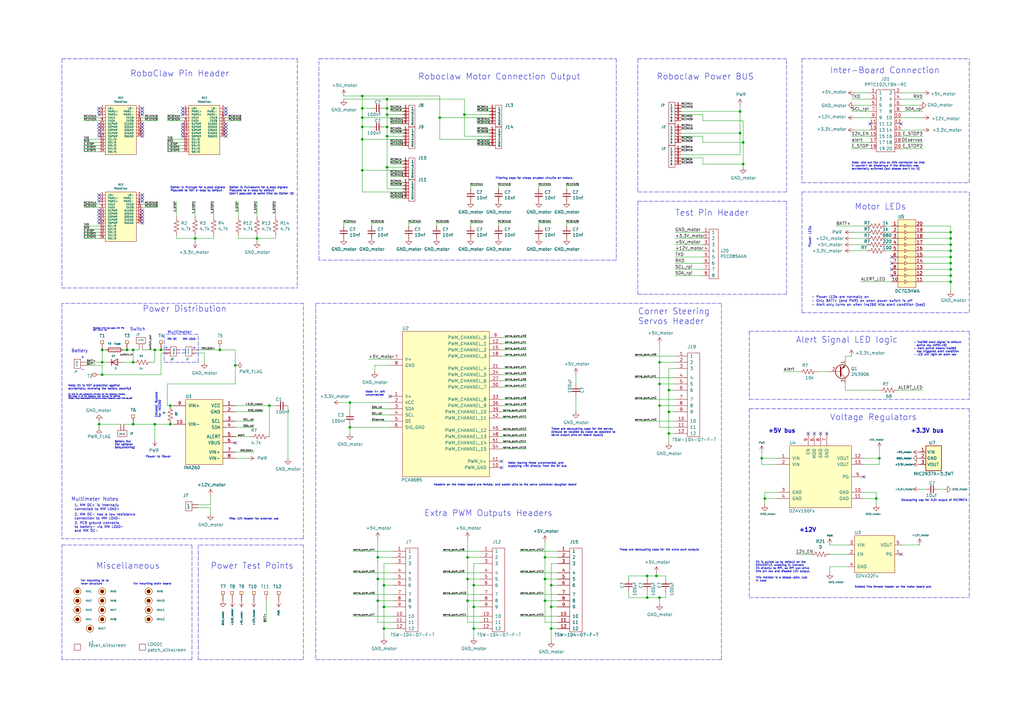
<source format=kicad_sch>
(kicad_sch (version 20231120) (generator "eeschema") (generator_version "8.0")
  (paper "A3")
  (junction (at 148.59 44.45))
  (junction (at 54.61 173.99))
  (junction (at 304.8 67.31))
  (junction (at 389.89 113.03))
  (junction (at 389.89 107.95))
  (junction (at 389.89 102.87))
  (junction (at 80.01 97.79))
  (junction (at 270.51 166.37))
  (junction (at 158.75 68.58))
  (junction (at 389.89 110.49))
  (junction (at 66.04 143.51))
  (junction (at 274.32 168.91))
  (junction (at 154.94 237.49))
  (junction (at 158.75 44.45))
  (junction (at 41.91 153.67))
  (junction (at 389.89 105.41))
  (junction (at 154.94 246.38))
  (junction (at 270.51 245.11))
  (junction (at 148.59 39.37))
  (junction (at 41.91 143.51))
  (junction (at 148.59 69.85))
  (junction (at 270.51 148.59))
  (junction (at 69.85 166.37))
  (junction (at 389.89 97.79))
  (junction (at 40.64 173.99))
  (junction (at 389.89 100.33))
  (junction (at 158.75 52.07))
  (junction (at 52.07 143.51))
  (junction (at 191.77 237.49))
  (junction (at 41.91 148.59))
  (junction (at 312.42 187.96))
  (junction (at 265.43 245.11))
  (junction (at 194.31 240.03))
  (junction (at 313.69 204.47))
  (junction (at 154.94 228.6))
  (junction (at 148.59 57.15))
  (junction (at 157.48 248.92))
  (junction (at 270.51 157.48))
  (junction (at 389.89 115.57))
  (junction (at 303.53 45.72))
  (junction (at 63.5 143.51))
  (junction (at 158.75 40.64))
  (junction (at 157.48 257.81))
  (junction (at 194.31 257.81))
  (junction (at 148.59 52.07))
  (junction (at 274.32 160.02))
  (junction (at 143.51 165.1))
  (junction (at 304.8 58.42))
  (junction (at 223.52 246.38))
  (junction (at 359.41 204.47))
  (junction (at 63.5 173.99))
  (junction (at 96.52 149.86))
  (junction (at 191.77 228.6))
  (junction (at 226.06 257.81))
  (junction (at 158.75 46.99))
  (junction (at 110.49 166.37))
  (junction (at 143.51 175.26))
  (junction (at 269.24 236.22))
  (junction (at 303.53 54.61))
  (junction (at 105.41 97.79))
  (junction (at 157.48 240.03))
  (junction (at 190.5 46.99))
  (junction (at 54.61 143.51))
  (junction (at 389.89 95.25))
  (junction (at 360.68 187.96))
  (junction (at 69.85 173.99))
  (junction (at 223.52 228.6))
  (junction (at 54.61 148.59))
  (junction (at 274.32 177.8))
  (junction (at 90.17 143.51))
  (junction (at 180.34 48.26))
  (junction (at 194.31 248.92))
  (junction (at 226.06 240.03))
  (junction (at 148.59 48.26))
  (junction (at 191.77 246.38))
  (junction (at 223.52 237.49))
  (junction (at 265.43 236.22))
  (junction (at 226.06 248.92))
  (junction (at 158.75 55.88))
  (no_connect (at 74.93 50.8))
  (no_connect (at 365.76 107.95))
  (no_connect (at 40.64 86.36))
  (no_connect (at 96.52 181.61))
  (no_connect (at 58.42 90.17))
  (no_connect (at 74.93 46.99))
  (no_connect (at 58.42 91.44))
  (no_connect (at 40.64 45.72))
  (no_connect (at 74.93 52.07))
  (no_connect (at 74.93 44.45))
  (no_connect (at 92.71 55.88))
  (no_connect (at 40.64 82.55))
  (no_connect (at 74.93 45.72))
  (no_connect (at 92.71 46.99))
  (no_connect (at 92.71 54.61))
  (no_connect (at 58.42 54.61))
  (no_connect (at 58.42 50.8))
  (no_connect (at 58.42 53.34))
  (no_connect (at 334.01 177.8))
  (no_connect (at 58.42 80.01))
  (no_connect (at 58.42 88.9))
  (no_connect (at 92.71 50.8))
  (no_connect (at 365.76 110.49))
  (no_connect (at 40.64 50.8))
  (no_connect (at 356.87 50.8))
  (no_connect (at 354.33 195.58))
  (no_connect (at 40.64 53.34))
  (no_connect (at 74.93 54.61))
  (no_connect (at 365.76 105.41))
  (no_connect (at 58.42 87.63))
  (no_connect (at 369.57 227.33))
  (no_connect (at 92.71 45.72))
  (no_connect (at 160.02 162.56))
  (no_connect (at 40.64 87.63))
  (no_connect (at 58.42 52.07))
  (no_connect (at 92.71 44.45))
  (no_connect (at 58.42 55.88))
  (no_connect (at 40.64 90.17))
  (no_connect (at 40.64 55.88))
  (no_connect (at 40.64 80.01))
  (no_connect (at 205.74 189.23))
  (no_connect (at 40.64 52.07))
  (no_connect (at 339.09 177.8))
  (no_connect (at 58.42 82.55))
  (no_connect (at 74.93 55.88))
  (no_connect (at 40.64 91.44))
  (no_connect (at 40.64 81.28))
  (no_connect (at 331.47 177.8))
  (no_connect (at 365.76 113.03))
  (no_connect (at 58.42 81.28))
  (no_connect (at 40.64 46.99))
  (no_connect (at 74.93 53.34))
  (no_connect (at 369.57 50.8))
  (no_connect (at 58.42 46.99))
  (no_connect (at 92.71 52.07))
  (no_connect (at 336.55 177.8))
  (no_connect (at 40.64 44.45))
  (no_connect (at 58.42 86.36))
  (no_connect (at 40.64 54.61))
  (no_connect (at 205.74 191.77))
  (no_connect (at 58.42 45.72))
  (no_connect (at 40.64 88.9))
  (no_connect (at 58.42 44.45))
  (no_connect (at 92.71 53.34))
  (wire (pts (xy 160.02 58.42) (xy 165.1 58.42)))
  (polyline (pts (xy 261.62 82.55) (xy 322.58 82.55)) (stroke (width 0) (type dash)))
  (wire (pts (xy 369.57 60.96) (xy 378.46 60.96)))
  (wire (pts (xy 154.94 228.6) (xy 154.94 237.49)))
  (wire (pts (xy 260.35 172.72) (xy 276.86 172.72)))
  (wire (pts (xy 363.22 97.79) (xy 365.76 97.79)))
  (wire (pts (xy 97.79 96.52) (xy 97.79 97.79)))
  (wire (pts (xy 180.34 48.26) (xy 180.34 57.15)))
  (polyline (pts (xy 25.4 223.52) (xy 78.74 223.52)) (stroke (width 0) (type dash)))
  (wire (pts (xy 148.59 39.37) (xy 180.34 39.37)))
  (wire (pts (xy 194.31 240.03) (xy 196.85 240.03)))
  (wire (pts (xy 54.61 173.99) (xy 63.5 173.99)))
  (wire (pts (xy 363.22 95.25) (xy 365.76 95.25)))
  (wire (pts (xy 143.51 175.26) (xy 143.51 177.8)))
  (polyline (pts (xy 124.46 124.46) (xy 25.4 124.46)) (stroke (width 0) (type dash)))
  (polyline (pts (xy 130.81 106.68) (xy 130.81 24.13)) (stroke (width 0) (type dash)))
  (wire (pts (xy 152.4 172.72) (xy 160.02 172.72)))
  (polyline (pts (xy 328.93 128.27) (xy 397.51 128.27)) (stroke (width 0) (type dash)))
  (wire (pts (xy 191.77 237.49) (xy 196.85 237.49)))
  (wire (pts (xy 312.42 190.5) (xy 318.77 190.5)))
  (wire (pts (xy 196.85 234.95) (xy 181.61 234.95)))
  (wire (pts (xy 110.49 179.07) (xy 110.49 166.37)))
  (wire (pts (xy 195.58 53.34) (xy 200.66 53.34)))
  (wire (pts (xy 215.9 146.05) (xy 205.74 146.05)))
  (wire (pts (xy 198.12 76.2) (xy 193.04 76.2)))
  (wire (pts (xy 148.59 57.15) (xy 148.59 69.85)))
  (wire (pts (xy 369.57 58.42) (xy 378.46 58.42)))
  (wire (pts (xy 41.91 148.59) (xy 41.91 143.51)))
  (wire (pts (xy 205.74 151.13) (xy 215.9 151.13)))
  (wire (pts (xy 160.02 44.45) (xy 165.1 44.45)))
  (wire (pts (xy 360.68 190.5) (xy 354.33 190.5)))
  (wire (pts (xy 154.94 246.38) (xy 154.94 255.27)))
  (wire (pts (xy 40.64 95.25) (xy 34.29 95.25)))
  (wire (pts (xy 40.64 59.69) (xy 34.29 59.69)))
  (wire (pts (xy 66.04 144.78) (xy 67.31 144.78)))
  (wire (pts (xy 360.68 184.15) (xy 360.68 187.96)))
  (wire (pts (xy 215.9 181.61) (xy 205.74 181.61)))
  (wire (pts (xy 359.41 204.47) (xy 354.33 204.47)))
  (wire (pts (xy 360.68 187.96) (xy 354.33 187.96)))
  (wire (pts (xy 58.42 83.82) (xy 64.77 83.82)))
  (wire (pts (xy 195.58 50.8) (xy 200.66 50.8)))
  (wire (pts (xy 96.52 175.26) (xy 104.14 175.26)))
  (wire (pts (xy 181.61 226.06) (xy 196.85 226.06)))
  (wire (pts (xy 97.79 97.79) (xy 105.41 97.79)))
  (wire (pts (xy 160.02 67.31) (xy 165.1 67.31)))
  (wire (pts (xy 205.74 156.21) (xy 215.9 156.21)))
  (wire (pts (xy 363.22 102.87) (xy 365.76 102.87)))
  (wire (pts (xy 80.01 97.79) (xy 80.01 96.52)))
  (wire (pts (xy 346.71 157.48) (xy 346.71 160.02)))
  (wire (pts (xy 191.77 255.27) (xy 196.85 255.27)))
  (wire (pts (xy 54.61 143.51) (xy 57.15 143.51)))
  (wire (pts (xy 58.42 85.09) (xy 64.77 85.09)))
  (wire (pts (xy 40.64 173.99) (xy 49.53 173.99)))
  (wire (pts (xy 313.69 201.93) (xy 313.69 204.47)))
  (wire (pts (xy 349.25 40.64) (xy 356.87 40.64)))
  (wire (pts (xy 378.46 97.79) (xy 389.89 97.79)))
  (wire (pts (xy 158.75 44.45) (xy 158.75 40.64)))
  (wire (pts (xy 270.51 247.65) (xy 270.51 245.11)))
  (wire (pts (xy 318.77 201.93) (xy 313.69 201.93)))
  (wire (pts (xy 236.22 162.56) (xy 236.22 168.91)))
  (wire (pts (xy 50.8 148.59) (xy 54.61 148.59)))
  (polyline (pts (xy 261.62 24.13) (xy 322.58 24.13)) (stroke (width 0) (type dash)))
  (wire (pts (xy 223.52 237.49) (xy 223.52 246.38)))
  (wire (pts (xy 288.29 46.99) (xy 288.29 49.53)))
  (wire (pts (xy 378.46 107.95) (xy 389.89 107.95)))
  (wire (pts (xy 190.5 55.88) (xy 200.66 55.88)))
  (polyline (pts (xy 81.28 137.16) (xy 67.31 137.16)) (stroke (width 0) (type dash)))
  (wire (pts (xy 148.59 69.85) (xy 165.1 69.85)))
  (wire (pts (xy 195.58 58.42) (xy 200.66 58.42)))
  (wire (pts (xy 378.46 110.49) (xy 389.89 110.49)))
  (wire (pts (xy 378.46 105.41) (xy 389.89 105.41)))
  (wire (pts (xy 215.9 171.45) (xy 205.74 171.45)))
  (wire (pts (xy 213.36 226.06) (xy 228.6 226.06)))
  (wire (pts (xy 146.05 91.44) (xy 140.97 91.44)))
  (wire (pts (xy 220.98 91.44) (xy 226.06 91.44)))
  (wire (pts (xy 350.52 53.34) (xy 356.87 53.34)))
  (wire (pts (xy 204.47 77.47) (xy 204.47 76.2)))
  (wire (pts (xy 359.41 201.93) (xy 359.41 204.47)))
  (wire (pts (xy 74.93 57.15) (xy 68.58 57.15)))
  (wire (pts (xy 160.02 72.39) (xy 165.1 72.39)))
  (wire (pts (xy 195.58 59.69) (xy 200.66 59.69)))
  (wire (pts (xy 350.52 38.1) (xy 356.87 38.1)))
  (wire (pts (xy 288.29 67.31) (xy 304.8 67.31)))
  (wire (pts (xy 215.9 153.67) (xy 205.74 153.67)))
  (wire (pts (xy 257.81 245.11) (xy 257.81 242.57)))
  (wire (pts (xy 205.74 143.51) (xy 215.9 143.51)))
  (wire (pts (xy 226.06 248.92) (xy 228.6 248.92)))
  (polyline (pts (xy 328.93 24.13) (xy 397.51 24.13)) (stroke (width 0) (type dash)))
  (wire (pts (xy 378.46 113.03) (xy 389.89 113.03)))
  (wire (pts (xy 74.93 59.69) (xy 68.58 59.69)))
  (wire (pts (xy 303.53 43.18) (xy 303.53 45.72)))
  (wire (pts (xy 378.46 95.25) (xy 389.89 95.25)))
  (polyline (pts (xy 129.54 124.46) (xy 129.54 270.51)) (stroke (width 0) (type dash)))
  (wire (pts (xy 144.78 252.73) (xy 161.29 252.73)))
  (polyline (pts (xy 124.46 220.98) (xy 25.4 220.98)) (stroke (width 0) (type dash)))
  (wire (pts (xy 257.81 236.22) (xy 257.81 237.49)))
  (wire (pts (xy 274.32 160.02) (xy 274.32 151.13)))
  (wire (pts (xy 321.31 152.4) (xy 327.66 152.4)))
  (wire (pts (xy 152.4 170.18) (xy 160.02 170.18)))
  (wire (pts (xy 273.05 245.11) (xy 273.05 242.57)))
  (polyline (pts (xy 121.92 24.13) (xy 121.92 118.11)) (stroke (width 0) (type dash)))
  (wire (pts (xy 160.02 49.53) (xy 165.1 49.53)))
  (polyline (pts (xy 124.46 220.98) (xy 124.46 124.46)) (stroke (width 0) (type dash)))
  (wire (pts (xy 143.51 165.1) (xy 160.02 165.1)))
  (wire (pts (xy 389.89 105.41) (xy 389.89 107.95)))
  (wire (pts (xy 191.77 228.6) (xy 196.85 228.6)))
  (wire (pts (xy 92.71 49.53) (xy 99.06 49.53)))
  (wire (pts (xy 205.74 138.43) (xy 215.9 138.43)))
  (wire (pts (xy 74.93 60.96) (xy 68.58 60.96)))
  (wire (pts (xy 312.42 187.96) (xy 312.42 190.5)))
  (polyline (pts (xy 25.4 124.46) (xy 25.4 220.98)) (stroke (width 0) (type dash)))
  (wire (pts (xy 160.02 66.04) (xy 165.1 66.04)))
  (wire (pts (xy 96.52 172.72) (xy 104.14 172.72)))
  (wire (pts (xy 232.41 92.71) (xy 232.41 91.44)))
  (wire (pts (xy 96.52 166.37) (xy 110.49 166.37)))
  (wire (pts (xy 223.52 246.38) (xy 228.6 246.38)))
  (wire (pts (xy 354.33 201.93) (xy 359.41 201.93)))
  (wire (pts (xy 205.74 184.15) (xy 215.9 184.15)))
  (wire (pts (xy 180.34 48.26) (xy 200.66 48.26)))
  (wire (pts (xy 160.02 76.2) (xy 165.1 76.2)))
  (wire (pts (xy 369.57 43.18) (xy 377.19 43.18)))
  (wire (pts (xy 118.11 166.37) (xy 118.11 187.96)))
  (wire (pts (xy 288.29 49.53) (xy 304.8 49.53)))
  (wire (pts (xy 226.06 257.81) (xy 228.6 257.81)))
  (wire (pts (xy 260.35 154.94) (xy 276.86 154.94)))
  (wire (pts (xy 196.85 252.73) (xy 181.61 252.73)))
  (polyline (pts (xy 307.34 167.64) (xy 397.51 167.64)) (stroke (width 0) (type dash)))
  (wire (pts (xy 43.18 148.59) (xy 41.91 148.59)))
  (wire (pts (xy 279.4 46.99) (xy 288.29 46.99)))
  (wire (pts (xy 378.46 115.57) (xy 389.89 115.57)))
  (wire (pts (xy 304.8 67.31) (xy 304.8 68.58)))
  (wire (pts (xy 223.52 228.6) (xy 223.52 222.25)))
  (wire (pts (xy 158.75 68.58) (xy 158.75 77.47)))
  (wire (pts (xy 191.77 246.38) (xy 196.85 246.38)))
  (wire (pts (xy 154.94 237.49) (xy 161.29 237.49)))
  (wire (pts (xy 63.5 143.51) (xy 58.42 143.51)))
  (wire (pts (xy 63.5 173.99) (xy 69.85 173.99)))
  (wire (pts (xy 154.94 237.49) (xy 154.94 246.38)))
  (wire (pts (xy 349.25 100.33) (xy 355.6 100.33)))
  (wire (pts (xy 179.07 91.44) (xy 184.15 91.44)))
  (wire (pts (xy 276.86 113.03) (xy 288.29 113.03)))
  (wire (pts (xy 389.89 100.33) (xy 389.89 102.87)))
  (polyline (pts (xy 322.58 78.74) (xy 322.58 24.13)) (stroke (width 0) (type dash)))
  (wire (pts (xy 81.28 208.28) (xy 86.36 208.28)))
  (wire (pts (xy 369.57 38.1) (xy 378.46 38.1)))
  (wire (pts (xy 349.25 97.79) (xy 355.6 97.79)))
  (wire (pts (xy 226.06 240.03) (xy 226.06 231.14)))
  (wire (pts (xy 269.24 236.22) (xy 269.24 234.95)))
  (wire (pts (xy 113.03 82.55) (xy 113.03 88.9)))
  (wire (pts (xy 220.98 77.47) (xy 220.98 76.2)))
  (wire (pts (xy 35.56 149.86) (xy 41.91 149.86)))
  (wire (pts (xy 342.9 92.71) (xy 355.6 92.71)))
  (wire (pts (xy 190.5 40.64) (xy 190.5 46.99)))
  (wire (pts (xy 273.05 236.22) (xy 269.24 236.22)))
  (wire (pts (xy 356.87 45.72) (xy 349.25 45.72)))
  (wire (pts (xy 157.48 240.03) (xy 157.48 231.14)))
  (wire (pts (xy 350.52 48.26) (xy 356.87 48.26)))
  (wire (pts (xy 279.4 63.5) (xy 303.53 63.5)))
  (wire (pts (xy 143.51 165.1) (xy 143.51 168.91)))
  (wire (pts (xy 63.5 143.51) (xy 66.04 143.51)))
  (wire (pts (xy 274.32 151.13) (xy 276.86 151.13)))
  (wire (pts (xy 96.52 157.48) (xy 68.58 157.48)))
  (polyline (pts (xy 307.34 167.64) (xy 307.34 245.11)) (stroke (width 0) (type dash)))
  (wire (pts (xy 40.64 93.98) (xy 34.29 93.98)))
  (polyline (pts (xy 252.73 24.13) (xy 252.73 106.68)) (stroke (width 0) (type dash)))
  (wire (pts (xy 204.47 91.44) (xy 209.55 91.44)))
  (wire (pts (xy 161.29 234.95) (xy 144.78 234.95)))
  (wire (pts (xy 40.64 97.79) (xy 34.29 97.79)))
  (wire (pts (xy 340.36 234.95) (xy 340.36 232.41)))
  (wire (pts (xy 90.17 143.51) (xy 96.52 143.51)))
  (wire (pts (xy 312.42 185.42) (xy 312.42 187.96)))
  (wire (pts (xy 40.64 62.23) (xy 34.29 62.23)))
  (wire (pts (xy 74.93 58.42) (xy 68.58 58.42)))
  (wire (pts (xy 34.29 85.09) (xy 40.64 85.09)))
  (wire (pts (xy 265.43 245.11) (xy 265.43 242.57)))
  (wire (pts (xy 105.41 82.55) (xy 105.41 88.9)))
  (wire (pts (xy 154.94 255.27) (xy 161.29 255.27)))
  (wire (pts (xy 213.36 234.95) (xy 228.6 234.95)))
  (wire (pts (xy 194.31 248.92) (xy 196.85 248.92)))
  (wire (pts (xy 205.74 179.07) (xy 215.9 179.07)))
  (polyline (pts (xy 124.46 223.52) (xy 81.28 223.52)) (stroke (width 0) (type dash)))
  (wire (pts (xy 378.46 100.33) (xy 389.89 100.33)))
  (wire (pts (xy 160.02 45.72) (xy 165.1 45.72)))
  (wire (pts (xy 191.77 237.49) (xy 191.77 246.38)))
  (wire (pts (xy 226.06 240.03) (xy 228.6 240.03)))
  (wire (pts (xy 102.87 179.07) (xy 96.52 179.07)))
  (wire (pts (xy 96.52 157.48) (xy 96.52 149.86)))
  (wire (pts (xy 96.52 149.86) (xy 96.52 143.51)))
  (wire (pts (xy 346.71 146.05) (xy 346.71 147.32)))
  (wire (pts (xy 363.22 100.33) (xy 365.76 100.33)))
  (wire (pts (xy 158.75 52.07) (xy 158.75 55.88)))
  (wire (pts (xy 270.51 157.48) (xy 270.51 166.37)))
  (wire (pts (xy 81.28 144.78) (xy 83.82 144.78)))
  (wire (pts (xy 349.25 60.96) (xy 356.87 60.96)))
  (wire (pts (xy 193.04 91.44) (xy 198.12 91.44)))
  (wire (pts (xy 194.31 248.92) (xy 194.31 240.03)))
  (wire (pts (xy 63.5 148.59) (xy 63.5 143.51)))
  (wire (pts (xy 270.51 166.37) (xy 270.51 175.26)))
  (wire (pts (xy 274.32 168.91) (xy 274.32 160.02)))
  (wire (pts (xy 87.63 97.79) (xy 87.63 96.52)))
  (wire (pts (xy 96.52 185.42) (xy 104.14 185.42)))
  (polyline (pts (xy 78.74 270.51) (xy 25.4 270.51)) (stroke (width 0) (type dash)))
  (wire (pts (xy 346.71 146.05) (xy 349.25 146.05)))
  (wire (pts (xy 279.4 64.77) (xy 288.29 64.77)))
  (wire (pts (xy 97.79 82.55) (xy 97.79 88.9)))
  (polyline (pts (xy 261.62 24.13) (xy 261.62 78.74)) (stroke (width 0) (type dash)))
  (wire (pts (xy 378.46 92.71) (xy 389.89 92.71)))
  (wire (pts (xy 369.57 223.52) (xy 377.19 223.52)))
  (polyline (pts (xy 397.51 135.89) (xy 397.51 163.83)) (stroke (width 0) (type dash)))
  (wire (pts (xy 34.29 49.53) (xy 40.64 49.53)))
  (wire (pts (xy 160.02 149.86) (xy 153.67 149.86)))
  (wire (pts (xy 232.41 77.47) (xy 232.41 76.2)))
  (wire (pts (xy 140.97 91.44) (xy 140.97 92.71)))
  (wire (pts (xy 303.53 45.72) (xy 303.53 54.61)))
  (wire (pts (xy 148.59 48.26) (xy 165.1 48.26)))
  (wire (pts (xy 86.36 208.28) (xy 86.36 210.82)))
  (wire (pts (xy 72.39 97.79) (xy 80.01 97.79)))
  (polyline (pts (xy 124.46 270.51) (xy 124.46 223.52)) (stroke (width 0) (type dash)))
  (polyline (pts (xy 67.31 137.16) (xy 67.31 148.59)) (stroke (width 0) (type dash)))
  (wire (pts (xy 66.04 153.67) (xy 66.04 144.78)))
  (wire (pts (xy 140.97 39.37) (xy 148.59 39.37)))
  (wire (pts (xy 265.43 245.11) (xy 257.81 245.11)))
  (wire (pts (xy 68.58 166.37) (xy 69.85 166.37)))
  (wire (pts (xy 92.71 48.26) (xy 99.06 48.26)))
  (wire (pts (xy 389.89 102.87) (xy 389.89 105.41)))
  (wire (pts (xy 154.94 220.98) (xy 154.94 228.6)))
  (wire (pts (xy 161.29 243.84) (xy 144.78 243.84)))
  (wire (pts (xy 140.97 40.64) (xy 158.75 40.64)))
  (wire (pts (xy 195.58 49.53) (xy 200.66 49.53)))
  (wire (pts (xy 83.82 148.59) (xy 83.82 144.78)))
  (wire (pts (xy 389.89 107.95) (xy 389.89 110.49)))
  (wire (pts (xy 340.36 223.52) (xy 347.98 223.52)))
  (wire (pts (xy 194.31 261.62) (xy 194.31 257.81)))
  (wire (pts (xy 288.29 55.88) (xy 288.29 58.42)))
  (wire (pts (xy 265.43 236.22) (xy 257.81 236.22)))
  (wire (pts (xy 105.41 97.79) (xy 113.03 97.79)))
  (wire (pts (xy 378.46 48.26) (xy 369.57 48.26)))
  (wire (pts (xy 41.91 149.86) (xy 41.91 153.67)))
  (wire (pts (xy 154.94 228.6) (xy 161.29 228.6)))
  (wire (pts (xy 161.29 257.81) (xy 157.48 257.81)))
  (wire (pts (xy 81.28 207.01) (xy 86.36 207.01)))
  (wire (pts (xy 346.71 160.02) (xy 360.68 160.02)))
  (wire (pts (xy 276.86 107.95) (xy 288.29 107.95)))
  (wire (pts (xy 161.29 226.06) (xy 144.78 226.06)))
  (wire (pts (xy 303.53 54.61) (xy 303.53 63.5)))
  (wire (pts (xy 40.64 96.52) (xy 34.29 96.52)))
  (wire (pts (xy 270.51 245.11) (xy 273.05 245.11)))
  (wire (pts (xy 74.93 62.23) (xy 68.58 62.23)))
  (wire (pts (xy 389.89 113.03) (xy 389.89 115.57)))
  (wire (pts (xy 157.48 257.81) (xy 157.48 248.92)))
  (wire (pts (xy 194.31 231.14) (xy 196.85 231.14)))
  (wire (pts (xy 384.81 200.66) (xy 387.35 200.66)))
  (wire (pts (xy 360.68 187.96) (xy 360.68 190.5)))
  (wire (pts (xy 304.8 49.53) (xy 304.8 58.42)))
  (wire (pts (xy 195.58 54.61) (xy 200.66 54.61)))
  (wire (pts (xy 200.66 46.99) (xy 190.5 46.99)))
  (polyline (pts (xy 261.62 82.55) (xy 261.62 120.65)) (stroke (width 0) (type dash)))
  (wire (pts (xy 148.59 57.15) (xy 165.1 57.15)))
  (wire (pts (xy 276.86 97.79) (xy 288.29 97.79)))
  (wire (pts (xy 40.64 173.99) (xy 40.64 175.26)))
  (wire (pts (xy 276.86 110.49) (xy 288.29 110.49)))
  (wire (pts (xy 96.52 168.91) (xy 107.95 168.91)))
  (wire (pts (xy 152.4 44.45) (xy 148.59 44.45)))
  (polyline (pts (xy 397.51 74.93) (xy 397.51 24.13)) (stroke (width 0) (type dash)))
  (wire (pts (xy 148.59 78.74) (xy 165.1 78.74)))
  (wire (pts (xy 353.06 115.57) (xy 365.76 115.57)))
  (polyline (pts (xy 25.4 24.13) (xy 121.92 24.13)) (stroke (width 0) (type dash)))
  (polyline (pts (xy 307.34 135.89) (xy 307.34 163.83)) (stroke (width 0) (type dash)))
  (wire (pts (xy 34.29 83.82) (xy 40.64 83.82)))
  (polyline (pts (xy 328.93 128.27) (xy 328.93 78.74)) (stroke (width 0) (type dash)))
  (wire (pts (xy 193.04 76.2) (xy 193.04 77.47)))
  (wire (pts (xy 349.25 102.87) (xy 355.6 102.87)))
  (wire (pts (xy 191.77 228.6) (xy 191.77 237.49)))
  (wire (pts (xy 270.51 166.37) (xy 276.86 166.37)))
  (wire (pts (xy 270.51 157.48) (xy 276.86 157.48)))
  (wire (pts (xy 356.87 58.42) (xy 349.25 58.42)))
  (polyline (pts (xy 295.91 270.51) (xy 295.91 124.46)) (stroke (width 0) (type dash)))
  (wire (pts (xy 41.91 143.51) (xy 43.18 143.51)))
  (wire (pts (xy 157.48 52.07) (xy 158.75 52.07)))
  (wire (pts (xy 81.28 143.51) (xy 90.17 143.51)))
  (wire (pts (xy 158.75 46.99) (xy 158.75 52.07)))
  (wire (pts (xy 148.59 44.45) (xy 148.59 48.26)))
  (wire (pts (xy 223.52 228.6) (xy 223.52 237.49)))
  (wire (pts (xy 158.75 68.58) (xy 165.1 68.58)))
  (wire (pts (xy 269.24 236.22) (xy 265.43 236.22)))
  (wire (pts (xy 191.77 246.38) (xy 191.77 255.27)))
  (polyline (pts (xy 78.74 223.52) (xy 78.74 270.51)) (stroke (width 0) (type dash)))
  (wire (pts (xy 158.75 55.88) (xy 158.75 68.58)))
  (polyline (pts (xy 307.34 135.89) (xy 397.51 135.89)) (stroke (width 0) (type dash)))
  (polyline (pts (xy 328.93 74.93) (xy 397.51 74.93)) (stroke (width 0) (type dash)))
  (polyline (pts (xy 252.73 106.68) (xy 130.81 106.68)) (stroke (width 0) (type dash)))
  (wire (pts (xy 68.58 157.48) (xy 68.58 166.37)))
  (wire (pts (xy 109.22 255.27) (xy 109.22 246.38)))
  (wire (pts (xy 190.5 46.99) (xy 190.5 55.88)))
  (polyline (pts (xy 130.81 24.13) (xy 252.73 24.13)) (stroke (width 0) (type dash)))
  (polyline (pts (xy 67.31 148.59) (xy 81.28 148.59)) (stroke (width 0) (type dash)))
  (wire (pts (xy 265.43 236.22) (xy 265.43 237.49)))
  (wire (pts (xy 276.86 102.87) (xy 288.29 102.87)))
  (wire (pts (xy 223.52 246.38) (xy 223.52 255.27)))
  (wire (pts (xy 167.64 91.44) (xy 167.64 92.71)))
  (wire (pts (xy 228.6 252.73) (xy 213.36 252.73)))
  (polyline (pts (xy 76.2 144.78) (xy 72.39 144.78)) (stroke (width 0) (type dash)))
  (wire (pts (xy 58.42 48.26) (xy 64.77 48.26)))
  (wire (pts (xy 260.35 146.05) (xy 276.86 146.05)))
  (polyline (pts (xy 25.4 270.51) (xy 25.4 223.52)) (stroke (width 0) (type dash)))
  (wire (pts (xy 105.41 99.06) (xy 105.41 97.79)))
  (wire (pts (xy 356.87 55.88) (xy 349.25 55.88)))
  (wire (pts (xy 226.06 231.14) (xy 228.6 231.14)))
  (wire (pts (xy 279.4 55.88) (xy 288.29 55.88)))
  (wire (pts (xy 157.48 248.92) (xy 157.48 240.03)))
  (wire (pts (xy 304.8 58.42) (xy 304.8 67.31)))
  (polyline (pts (xy 81.28 223.52) (xy 81.28 270.51)) (stroke (width 0) (type dash)))
  (wire (pts (xy 369.57 45.72) (xy 378.46 45.72)))
  (wire (pts (xy 181.61 243.84) (xy 196.85 243.84)))
  (wire (pts (xy 34.29 48.26) (xy 40.64 48.26)))
  (wire (pts (xy 165.1 46.99) (xy 158.75 46.99)))
  (wire (pts (xy 204.47 92.71) (xy 204.47 91.44)))
  (polyline (pts (xy 261.62 78.74) (xy 322.58 78.74)) (stroke (width 0) (type dash)))
  (wire (pts (xy 80.01 82.55) (xy 80.01 88.9)))
  (wire (pts (xy 377.19 200.66) (xy 379.73 200.66)))
  (wire (pts (xy 223.52 237.49) (xy 228.6 237.49)))
  (wire (pts (xy 158.75 46.99) (xy 158.75 44.45)))
  (wire (pts (xy 40.64 172.72) (xy 40.64 173.99)))
  (wire (pts (xy 148.59 39.37) (xy 148.59 44.45)))
  (wire (pts (xy 276.86 100.33) (xy 288.29 100.33)))
  (wire (pts (xy 54.61 148.59) (xy 54.61 143.51)))
  (wire (pts (xy 313.69 204.47) (xy 313.69 207.01)))
  (wire (pts (xy 68.58 49.53) (xy 74.93 49.53)))
  (wire (pts (xy 148.59 52.07) (xy 148.59 57.15)))
  (wire (pts (xy 389.89 110.49) (xy 389.89 113.03)))
  (wire (pts (xy 160.02 59.69) (xy 165.1 59.69)))
  (polyline (pts (xy 25.4 24.13) (xy 25.4 118.11)) (stroke (width 0) (type dash)))
  (wire (pts (xy 288.29 64.77) (xy 288.29 67.31)))
  (polyline (pts (xy 397.51 167.64) (xy 397.51 245.11)) (stroke (width 0) (type dash)))
  (polyline (pts (xy 81.28 270.51) (xy 124.46 270.51)) (stroke (width 0) (type dash)))
  (wire (pts (xy 369.57 55.88) (xy 378.46 55.88)))
  (wire (pts (xy 69.85 173.99) (xy 71.12 173.99)))
  (wire (pts (xy 228.6 228.6) (xy 223.52 228.6)))
  (wire (pts (xy 274.32 168.91) (xy 276.86 168.91)))
  (wire (pts (xy 52.07 143.51) (xy 54.61 143.51)))
  (wire (pts (xy 359.41 204.47) (xy 359.41 207.01)))
  (wire (pts (xy 215.9 176.53) (xy 205.74 176.53)))
  (wire (pts (xy 143.51 173.99) (xy 143.51 175.26)))
  (wire (pts (xy 270.51 245.11) (xy 265.43 245.11)))
  (wire (pts (xy 312.42 187.96) (xy 318.77 187.96)))
  (wire (pts (xy 318.77 204.47) (xy 313.69 204.47)))
  (wire (pts (xy 232.41 76.2) (xy 237.49 76.2)))
  (wire (pts (xy 279.4 45.72) (xy 303.53 45.72)))
  (polyline (pts (xy 307.34 245.11) (xy 397.51 245.11)) (stroke (width 0) (type dash)))
  (wire (pts (xy 139.7 165.1) (xy 143.51 165.1)))
  (wire (pts (xy 350.52 43.18) (xy 356.87 43.18)))
  (wire (pts (xy 179.07 92.71) (xy 179.07 91.44)))
  (wire (pts (xy 160.02 50.8) (xy 165.1 50.8)))
  (wire (pts (xy 160.02 80.01) (xy 165.1 80.01)))
  (wire (pts (xy 226.06 248.92) (xy 226.06 240.03)))
  (polyline (pts (xy 81.28 148.59) (xy 81.28 137.16)) (stroke (width 0) (type dash)))
  (wire (pts (xy 236.22 153.67) (xy 236.22 157.48)))
  (polyline (pts (xy 25.4 118.11) (xy 121.92 118.11)) (stroke (width 0) (type dash)))
  (polyline (pts (xy 307.34 163.83) (xy 397.51 163.83)) (stroke (width 0) (type dash)))
  (wire (pts (xy 226.06 257.81) (xy 226.06 248.92)))
  (wire (pts (xy 152.4 167.64) (xy 160.02 167.64)))
  (wire (pts (xy 80.01 97.79) (xy 87.63 97.79)))
  (wire (pts (xy 153.67 149.86) (xy 153.67 152.4)))
  (wire (pts (xy 96.52 187.96) (xy 101.6 187.96)))
  (wire (pts (xy 204.47 76.2) (xy 209.55 76.2)))
  (wire (pts (xy 62.23 148.59) (xy 63.5 148.59)))
  (wire (pts (xy 40.64 58.42) (xy 34.29 58.42)))
  (wire (pts (xy 205.74 163.83) (xy 215.9 163.83)))
  (wire (pts (xy 50.8 173.99) (xy 54.61 173.99)))
  (wire (pts (xy 274.32 160.02) (xy 276.86 160.02)))
  (wire (pts (xy 40.64 60.96) (xy 34.29 60.96)))
  (wire (pts (xy 194.31 257.81) (xy 196.85 257.81)))
  (wire (pts (xy 288.29 58.42) (xy 304.8 58.42)))
  (wire (pts (xy 270.51 148.59) (xy 270.51 140.97)))
  (polyline (pts (xy 322.58 120.65) (xy 322.58 82.55)) (stroke (width 0) (type dash)))
  (wire (pts (xy 87.63 82.55) (xy 87.63 88.9)))
  (wire (pts (xy 274.32 177.8) (xy 274.32 168.91)))
  (wire (pts (xy 389.89 92.71) (xy 389.89 95.25)))
  (wire (pts (xy 152.4 91.44) (xy 152.4 92.71)))
  (wire (pts (xy 80.01 99.06) (xy 80.01 97.79)))
  (wire (pts (xy 148.59 69.85) (xy 148.59 78.74)))
  (polyline (pts (xy 72.39 143.51) (xy 76.2 143.51)) (stroke (width 0) (type dash)))
  (wire (pts (xy 276.86 148.59) (xy 270.51 148.59)))
  (wire (pts (xy 160.02 81.28) (xy 165.1 81.28)))
  (polyline (pts (xy 397.51 78.74) (xy 397.51 128.27)) (stroke (width 0) (type dash)))
  (wire (pts (xy 389.89 115.57) (xy 389.89 119.38)))
  (polyline (pts (xy 76.2 143.51) (xy 76.2 144.78)) (stroke (width 0) (type dash)))
  (wire (pts (xy 160.02 53.34) (xy 165.1 53.34)))
  (wire (pts (xy 194.31 240.03) (xy 194.31 231.14)))
  (wire (pts (xy 389.89 95.25) (xy 389.89 97.79)))
  (polyline (pts (xy 129.54 270.51) (xy 295.91 270.51)) (stroke (width 0) (type dash)))
  (wire (pts (xy 193.04 92.71) (xy 193.04 91.44)))
  (wire (pts (xy 213.36 243.84) (xy 228.6 243.84)))
  (wire (pts (xy 157.48 44.45) (xy 158.75 44.45)))
  (wire (pts (xy 157.48 248.92) (xy 161.29 248.92)))
  (wire (pts (xy 152.4 52.07) (xy 148.59 52.07)))
  (wire (pts (xy 157.48 91.44) (xy 152.4 91.44)))
  (wire (pts (xy 223.52 255.27) (xy 228.6 255.27)))
  (wire (pts (xy 154.94 246.38) (xy 161.29 246.38)))
  (wire (pts (xy 340.36 232.41) (xy 347.98 232.41)))
  (wire (pts (xy 279.4 54.61) (xy 303.53 54.61)))
  (wire (pts (xy 340.36 227.33) (xy 347.98 227.33)))
  (wire (pts (xy 332.74 227.33) (xy 326.39 227.33)))
  (wire (pts (xy 274.32 177.8) (xy 274.32 181.61)))
  (wire (pts (xy 41.91 153.67) (xy 66.04 153.67)))
  (wire (pts (xy 220.98 76.2) (xy 226.06 76.2)))
  (wire (pts (xy 369.57 40.64) (xy 378.46 40.64)))
  (wire (pts (xy 35.56 148.59) (xy 41.91 148.59)))
  (wire (pts (xy 58.42 49.53) (xy 64.77 49.53)))
  (wire (pts (xy 151.13 147.32) (xy 160.02 147.32)))
  (wire (pts (xy 63.5 180.34) (xy 63.5 173.99)))
  (wire (pts (xy 363.22 92.71) (xy 365.76 92.71)))
  (wire (pts (xy 260.35 163.83) (xy 276.86 163.83)))
  (wire (pts (xy 195.58 45.72) (xy 200.66 45.72)))
  (wire (pts (xy 157.48 240.03) (xy 161.29 240.03)))
  (wire (pts (xy 378.46 102.87) (xy 389.89 102.87)))
  (polyline (pts (xy 328.93 78.74) (xy 397.51 78.74)) (stroke (width 0) (type dash)))
  (wire (pts (xy 368.3 160.02) (xy 378.46 160.02)))
  (wire (pts (xy 220.98 92.71) (xy 220.98 91.44)))
  (wire (pts (xy 113.03 97.79) (xy 113.03 96.52)))
  (wire (pts (xy 180.34 57.15) (xy 200.66 57.15)))
  (polyline (pts (xy 295.91 124.46) (xy 129.54 124.46)) (stroke (width 0) (type dash)))
  (wire (pts (xy 191.77 220.98) (xy 191.77 228.6)))
  (wire (pts (xy 389.89 97.79) (xy 389.89 100.33)))
  (wire (pts (xy 157.48 231.14) (xy 161.29 231.14)))
  (wire (pts (xy 148.59 48.26) (xy 148.59 52.07)))
  (wire (pts (xy 232.41 91.44) (xy 237.49 91.44)))
  (wire (pts (xy 205.74 140.97) (xy 215.9 140.97)))
  (polyline (pts (xy 261.62 120.65) (xy 322.58 120.65)) (stroke (width 0) (type dash)))
  (wire (pts (xy 40.64 57.15) (xy 34.29 57.15)))
  (wire (pts (xy 157.48 257.81) (xy 157.48 261.62)))
  (wire (pts (xy 195.58 44.45) (xy 200.66 44.45)))
  (wire (pts (xy 86.36 203.2) (xy 86.36 207.01)))
  (wire (pts (xy 226.06 262.89) (xy 226.06 257.81)))
  (wire (pts (xy 105.41 97.79) (xy 105.41 96.52)))
  (wire (pts (xy 276.86 177.8) (xy 274.32 177.8)))
  (wire (pts (xy 68.58 48.26) (xy 74.93 48.26)))
  (wire (pts (xy 72.39 96.52) (xy 72.39 97.79)))
  (wire (pts (xy 40.64 92.71) (xy 34.29 92.71)))
  (wire (pts (xy 215.9 158.75) (xy 205.74 158.75)))
  (wire (pts (xy 158.75 55.88) (xy 165.1 55.88)))
  (wire (pts (xy 276.86 105.41) (xy 288.29 105.41)))
  (wire (pts (xy 270.51 148.59) (xy 270.51 157.48)))
  (wire (pts (xy 369.57 53.34) (xy 378.46 53.34)))
  (polyline (pts (xy 328.93 24.13) (xy 328.93 74.93)) (stroke (width 0) (type dash)))
  (wire (pts (xy 72.39 82.55) (xy 72.39 88.9)))
  (wire (pts (xy 158.75 40.64) (xy 190.5 40.64)))
  (wire (pts (xy 172.72 91.44) (xy 167.64 91.44)))
  (wire (pts (xy 276.86 95.25) (xy 288.29 95.25)))
  (wire (pts (xy 160.02 175.26) (xy 143.51 175.26)))
  (wire (pts (xy 180.34 39.37) (xy 180.34 48.26)))
  (wire (pts (xy 215.9 166.37) (xy 205.74 166.37)))
  (wire (pts (xy 158.75 77.47) (xy 165.1 77.47)))
  (wire (pts (xy 160.02 74.93) (xy 165.1 74.93)))
  (wire (pts (xy 160.02 54.61) (xy 165.1 54.61)))
  (wire (pts (xy 349.25 95.25) (xy 355.6 95.25)))
  (wire (pts (xy 194.31 257.81) (xy 194.31 248.92)))
  (wire (pts (xy 270.51 175.26) (xy 276.86 175.26)))
  (wire (pts (xy 69.85 166.37) (xy 71.12 166.37)))
  (wire (pts (xy 110.49 166.37) (xy 113.03 166.37)))
  (wire (pts (xy 66.04 143.51) (xy 67.31 143.51)))
  (wire (pts (xy 205.74 168.91) (xy 215.9 168.91)))
  (wire (pts (xy 50.8 143.51) (xy 52.07 143.51)))
  (wire (pts (xy 335.28 152.4) (xy 339.09 152.4)))
  (wire (pts (xy 160.02 71.12) (xy 165.1 71.12)))
  (wire (pts (xy 273.05 237.49) (xy 273.05 236.22)))
  (text "Remeber this fuse goes with PN:\n507-2121-ND" (at 38.1 135.89 0) (effects (font (size 0.508 0.508)) (justify left bottom)))
  (text "Note: D1 is NOT protection against\naccidentally reversing the battery polarity!" (at 27.94 160.02 0) (effects (font (size 0.7874 0.7874)) (justify left bottom)))
  (text "+12V\n" (at 327.66 218.44 0) (effects (font (size 1.7018 1.7018) (thickness 0.3404) (bold yes)) (justify left bottom)))
  (text "Filtering caps for cheap snubber circuits on motors" (at 203.2 73.66 0) (effects (font (size 0.7874 0.7874)) (justify left bottom)))
  (text "Inter-Board Connection" (at 340.36 30.48 0) (effects (font (size 2.4892 2.4892)) (justify left bottom)))
  (text "Roboclaw Power BUS" (at 269.24 33.02 0) (effects (font (size 2.4892 2.4892)) (justify left bottom)))
  (text "Power to Rover" (at 59.69 187.96 0) (effects (font (size 0.889 0.889)) (justify left bottom)))
  (text "D1 and R1 are protective circuitry for the roboclaw motors. \nSee page 41 of the roboclaw user manual for details: \nhttps://downloads.basicmicro.com/docs/roboclaw_user_manual.pdf " (at 27.94 163.83 0) (effects (font (size 0.508 0.508)) (justify left bottom)))
  (text "3. PCB ground connects\nto battery- via MM LOAD-\nand MM DC-" (at 30.48 218.44 0) (effects (font (size 0.9906 0.9906)) (justify left bottom)))
  (text "2. MM DC- has a low resistance \nconnection to MM LOAD-" (at 30.48 213.36 0) (effects (font (size 0.9906 0.9906)) (justify left bottom)))
  (text "Extra PWM Outputs Headers" (at 173.99 212.09 0) (effects (font (size 2.4892 2.4892)) (justify left bottom)))
  (text "Miscellaneous" (at 39.37 233.68 0) (effects (font (size 2.4892 2.4892)) (justify left bottom)))
  (text "Voltage Regulators" (at 340.36 172.72 0) (effects (font (size 2.4892 2.4892)) (justify left bottom)))
  (text "Corner Steering \nServos Header" (at 261.62 133.35 0) (effects (font (size 2.4892 2.4892)) (justify left bottom)))
  (text "Decoupling cap for 3.3V output of MIC2937A" (at 369.57 205.74 0) (effects (font (size 0.7874 0.7874)) (justify left bottom)))
  (text "-" (at 67.31 146.05 0) (effects (font (size 1.27 1.27)) (justify left bottom)))
  (text "Multimeter" (at 68.58 137.16 0) (effects (font (size 1.27 1.27)) (justify left bottom)))
  (text "- ina260 alert signal is default \n  active low (APOL=0)\n- Alert active means ina260 \n  has triggered alert condition\n- LED will light on alert low" (at 374.65 146.05 0) (effects (font (size 0.7874 0.7874)) (justify left bottom)))
  (text "Slotted into female header on the motor board pcb" (at 350.52 241.3 0) (effects (font (size 0.7874 0.7874)) (justify left bottom)))
  (text "Switch" (at 53.34 135.89 0) (effects (font (size 1.27 1.27)) (justify left bottom)))
  (text "Note: V+ left \nunconnected" (at 149.86 162.56 0) (effects (font (size 0.7874 0.7874)) (justify left bottom)))
  (text "Roboclaw Motor Connection Output" (at 171.45 33.02 0) (effects (font (size 2.4892 2.4892)) (justify left bottom)))
  (text "For mounting brain board" (at 54.61 240.03 0) (effects (font (size 0.7874 0.7874)) (justify left bottom)))
  (text "1. MM DC+ is internally \nconnected to MM LOAD+" (at 30.48 209.55 0) (effects (font (size 0.9906 0.9906)) (justify left bottom)))
  (text "+" (at 67.31 143.51 0) (effects (font (size 1.27 1.27)) (justify left bottom)))
  (text "-" (at 33.02 152.4 0) (effects (font (size 1.27 1.27)) (justify left bottom)))
  (text "Battery" (at 29.21 144.78 0) (effects (font (size 1.27 1.27)) (justify left bottom)))
  (text "Option 1: Pulllups for e_stop signals\nPopulate to NOT e-stop by default" (at 69.85 78.74 0) (effects (font (size 0.7874 0.7874)) (justify left bottom)))
  (text "Power LEDs" (at 332.74 101.6 90) (effects (font (size 0.9906 0.9906)) (justify left bottom)))
  (text "Note: laid out the pins on this connector so that \nit wouldn’t be disastrous if the direction was \naccidentally switched (but please don’t try it)" (at 349.25 69.85 0) (effects (font (size 0.7874 0.7874)) (justify left bottom)))
  (text "EN is pulled up by default on the \nD24V22F12, enabling it. Connect \nEN directly to RPi, so RPi can drive \nthis pin low and disable 12V output. \n\nThis resistor is a depop-able, just \nin case" (at 309.88 238.76 0) (effects (font (size 0.7874 0.7874)) (justify left bottom)))
  (text "-" (at 78.74 146.05 0) (effects (font (size 1.27 1.27)) (justify left bottom)))
  (text "Misc 12V header for external use" (at 93.98 213.36 0) (effects (font (size 0.7874 0.7874)) (justify left bottom)))
  (text "These are decoupling caps for the servos \n(should be located as close as possible to \nservo output pins on board layout)" (at 226.06 179.07 0) (effects (font (size 0.7874 0.7874)) (justify left bottom)))
  (text "MM DC" (at 68.58 139.7 0) (effects (font (size 0.762 0.762)) (justify left bottom)))
  (text "These are decoupling caps for the extra pwm outputs" (at 254 226.06 0) (effects (font (size 0.7874 0.7874)) (justify left bottom)))
  (text "\n" (at 71.12 257.81 0) (effects (font (size 1.27 1.27)) (justify left bottom)))
  (text "Option 2: Pullldowns for e_stop signals\nPopulate to e-stop by default\n(don’t populate at same time as Option 1!)" (at 93.98 80.01 0) (effects (font (size 0.7874 0.7874)) (justify left bottom)))
  (text "Note: leaving these unconnected, and \nsupplying +5V directly from the 5V bus" (at 208.28 191.77 0) (effects (font (size 0.7874 0.7874)) (justify left bottom)))
  (text "RoboClaw Pin Header" (at 53.34 31.75 0) (effects (font (size 2.4892 2.4892)) (justify left bottom)))
  (text "Test Pin Header" (at 276.86 88.9 0) (effects (font (size 2.4892 2.4892)) (justify left bottom)))
  (text "For mounting to to \nrover structure" (at 33.02 240.03 0) (effects (font (size 0.7874 0.7874)) (justify left bottom)))
  (text "+" (at 33.02 147.32 0) (effects (font (size 1.27 1.27)) (justify left bottom)))
  (text "+3.3V bus" (at 373.38 177.8 0) (effects (font (size 1.7018 1.7018) (thickness 0.3404) (bold yes)) (justify left bottom)))
  (text "(depop) Bypass \nfor INA260\n" (at 66.04 171.45 90) (effects (font (size 0.889 0.889)) (justify left bottom)))
  (text "Power Distribution" (at 58.42 128.27 0) (effects (font (size 2.4892 2.4892)) (justify left bottom)))
  (text "- Power LEDs are normally on\n- Only BATT+ (and PWR) on when power switch is off\n- Alert only turns on when ina260 hits alert condition (bad)" (at 332.74 125.73 0) (effects (font (size 0.9906 0.9906)) (justify left bottom)))
  (text "Headers on the motor board are female, and solder pins to the servo controller daughter board" (at 177.8 199.39 0) (effects (font (size 0.7874 0.7874)) (justify left bottom)))
  (text "Battery Out \n(for optional \ndaisychaining)" (at 46.99 184.15 0) (effects (font (size 0.762 0.762)) (justify left bottom)))
  (text "Motor LEDs" (at 350.52 86.36 0) (effects (font (size 2.4892 2.4892)) (justify left bottom)))
  (text "+5V bus" (at 314.96 177.8 0) (effects (font (size 1.7018 1.7018) (thickness 0.3404) (bold yes)) (justify left bottom)))
  (text "Power Test Points" (at 86.36 233.68 0) (effects (font (size 2.4892 2.4892)) (justify left bottom)))
  (text "+" (at 78.74 143.51 0) (effects (font (size 1.27 1.27)) (justify left bottom)))
  (text "Multimeter Notes" (at 29.21 205.74 0) (effects (font (size 1.4986 1.4986)) (justify left bottom)))
  (text "Alert Signal LED logic" (at 326.39 140.97 0) (effects (font (size 2.4892 2.4892)) (justify left bottom)))
  (text "MM LOAD" (at 74.93 139.7 0) (effects (font (size 0.762 0.762)) (justify left bottom)))
  (label "RC2EN2A" (at 34.29 85.09 0) (effects (font (size 0.762 0.762))))
  (label "RC3EN1B" (at 195.58 50.8 0) (effects (font (size 0.762 0.762))))
  (label "servo_pwm_ch11" (at 181.61 252.73 0) (effects (font (size 0.762 0.762))))
  (label "RC1EN2B" (at 237.49 76.2 180) (effects (font (size 0.762 0.762))))
  (label "RC3EN2A" (at 68.58 49.53 0) (effects (font (size 0.762 0.762))))
  (label "RC2EN1A" (at 160.02 71.12 0) (effects (font (size 0.762 0.762))))
  (label "E_STOP2" (at 105.41 82.55 270) (effects (font (size 0.762 0.762))))
  (label "RC3M2B" (at 195.58 54.61 0) (effects (font (size 0.762 0.762))))
  (label "RC3EN2B" (at 237.49 91.44 180) (effects (font (size 0.762 0.762))))
  (label "RC3EN1B" (at 209.55 91.44 180) (effects (font (size 0.762 0.762))))
  (label "TXD" (at 34.29 57.15 0) (effects (font (size 0.762 0.762))))
  (label "servo_pwm_ch4" (at 215.9 151.13 180) (effects (font (size 0.762 0.762))))
  (label "servo_pwm_ch1" (at 260.35 154.94 0) (effects (font (size 0.762 0.762))))
  (label "RC1EN1B" (at 209.55 76.2 180) (effects (font (size 0.762 0.762))))
  (label "RC3M2B" (at 279.4 67.31 0) (effects (font (size 0.762 0.762))))
  (label "RXD" (at 34.29 58.42 0) (effects (font (size 0.762 0.762))))
  (label "servo_pwm_ch4" (at 144.78 226.06 0) (effects (font (size 0.762 0.762))))
  (label "servo_pwm_ch14" (at 215.9 181.61 180) (effects (font (size 0.762 0.762))))
  (label "RC1M2A" (at 279.4 48.26 0) (effects (font (size 0.762 0.762))))
  (label "E_STOP3" (at 378.46 55.88 180))
  (label "switch_out" (at 62.23 143.51 90) (effects (font (size 0.762 0.762))))
  (label "E_STOP" (at 34.29 59.69 0) (effects (font (size 0.762 0.762))))
  (label "RC2EN2B" (at 184.15 91.44 180) (effects (font (size 0.762 0.762))))
  (label "servo_pwm_ch9" (at 181.61 234.95 0) (effects (font (size 0.762 0.762))))
  (label "SDA_rpi" (at 104.14 175.26 180) (effects (font (size 0.762 0.762))))
  (label "E_STOP" (at 34.29 95.25 0) (effects (font (size 0.762 0.762))))
  (label "E_STOP" (at 97.79 82.55 270) (effects (font (size 0.762 0.762))))
  (label "servo_pwm_ch13" (at 213.36 234.95 0) (effects (font (size 0.762 0.762))))
  (label "OEservos" (at 152.4 172.72 0) (effects (font (size 0.762 0.762))))
  (label "RC1EN2B" (at 160.02 59.69 0) (effects (font (size 0.762 0.762))))
  (label "E_STOP" (at 72.39 82.55 270) (effects (font (size 0.762 0.762))))
  (label "SCL_rpi" (at 276.86 110.49 0))
  (label "alert" (at 349.25 58.42 0))
  (label "RC3EN2B" (at 99.06 49.53 180) (effects (font (size 0.762 0.762))))
  (label "servo_pwm_ch5" (at 215.9 153.67 180) (effects (font (size 0.762 0.762))))
  (label "servo_pwm_ch8" (at 215.9 163.83 180) (effects (font (size 0.762 0.762))))
  (label "servo_pwm_ch9" (at 215.9 166.37 180) (effects (font (size 0.762 0.762))))
  (label "E_STOP" (at 68.58 59.69 0) (effects (font (size 0.762 0.762))))
  (label "RC2M1B" (at 160.02 67.31 0) (effects (font (size 0.762 0.762))))
  (label "RC1EN1B" (at 64.77 48.26 180) (effects (font (size 0.762 0.762))))
  (label "SDA_rpi" (at 378.46 45.72 180))
  (label "RC3EN1B" (at 99.06 48.26 180) (effects (font (size 0.762 0.762))))
  (label "SDA_rpi" (at 276.86 113.03 0))
  (label "RC2EN1B" (at 160.02 72.39 0) (effects (font (size 0.762 0.762))))
  (label "RC1EN2A" (at 160.02 58.42 0) (effects (font (size 0.762 0.762))))
  (label "TXD" (at 68.58 57.15 0) (effects (font (size 0.762 0.762))))
  (label "RC2M2A" (at 279.4 57.15 0) (effects (font (size 0.762 0.762))))
  (label "E_STOP3" (at 113.03 82.55 270) (effects (font (size 0.762 0.762))))
  (label "E_STOP2" (at 34.29 60.96 0) (effects (font (size 0.762 0.762))))
  (label "RC1EN2A" (at 226.06 76.2 180) (effects (font (size 0.762 0.762))))
  (label "RC1EN2A" (at 34.29 49.53 0) (effects (font (size 0.762 0.762))))
  (label "servo_pwm_ch15" (at 213.36 252.73 0) (effects (font (size 0.762 0.762))))
  (label "SCL_rpi" (at 104.14 172.72 180) (effects (font (size 0.762 0.762))))
  (label "servo_pwm_ch0" (at 215.9 138.43 180) (effects (font (size 0.762 0.762))))
  (label "+3.3V_motor" (at 276.86 97.79 0))
  (label "switch_in" (at 54.61 146.05 180) (effects (font (size 0.762 0.762))))
  (label "RC1M2B" (at 279.4 49.53 0) (effects (font (size 0.762 0.762))))
  (label "servo_pwm_ch12" (at 215.9 176.53 180) (effects (font (size 0.762 0.762))))
  (label "RC2M2B" (at 160.02 76.2 0) (effects (font (size 0.762 0.762))))
  (label "BATT+" (at 35.56 148.59 0) (effects (font (size 0.762 0.762))))
  (label "GND_motor" (at 107.95 168.91 180) (effects (font (size 0.762 0.762))))
  (label "RC2EN2A" (at 172.72 91.44 180) (effects (font (size 0.762 0.762))))
  (label "servo_pwm_ch2" (at 215.9 143.51 180) (effects (font (size 0.762 0.762))))
  (label "servo_pwm_ch3" (at 215.9 146.05 180) (effects (font (size 0.762 0.762))))
  (label "E_STOP3" (at 34.29 97.79 0) (effects (font (size 0.762 0.762))))
  (label "servo_pwm_ch0" (at 260.35 146.05 0) (effects (font (size 0.762 0.762))))
  (label "BATT+" (at 109.22 255.27 90) (effects (font (size 0.762 0.762))))
  (label "+5V_motor" (at 276.86 100.33 0))
  (label "RC3EN2A" (at 195.58 58.42 0) (effects (font (size 0.762 0.762))))
  (label "servo_pwm_ch3" (at 260.35 172.72 0) (effects (font (size 0.762 0.762))))
  (label "RC3M2A" (at 279.4 66.04 0) (effects (font (size 0.762 0.762))))
  (label "TXD" (at 276.86 105.41 0))
  (label "RC1M1A" (at 160.02 44.45 0) (effects (font (size 0.762 0.762))))
  (label "RC2M1A" (at 279.4 52.07 0) (effects (font (size 0.762 0.762))))
  (label "E_STOP2" (at 68.58 60.96 0) (effects (font (size 0.762 0.762))))
  (label "RC2EN1A" (at 146.05 91.44 180) (effects (font (size 0.762 0.762))))
  (label "GND_motor" (at 276.86 95.25 0))
  (label "RXD" (at 34.29 93.98 0) (effects (font (size 0.762 0.762))))
  (label "RC1EN1B" (at 160.02 50.8 0) (effects (font (size 0.762 0.762))))
  (label "RC2EN1B" (at 64.77 83.82 180) (effects (font (size 0.762 0.762))))
  (label "RC1M1B" (at 160.02 45.72 0) (effects (font (size 0.762 0.762))))
  (label "servo_pwm_ch5" (at 144.78 234.95 0) (effects (font (size 0.762 0.762))))
  (label "RC2EN2B" (at 64.77 85.09 180) (effects (font (size 0.762 0.762))))
  (label "E_STOP3" (at 34.29 62.23 0) (effects (font (size 0.762 0.762))))
  (label "E_STOP2" (at 80.01 82.55 270) (effects (font (size 0.762 0.762))))
  (label "RC1EN1A" (at 160.02 49.53 0) (effects (font (size 0.762 0.762))))
  (label "alert" (at 100.33 179.07 180) (effects (font (size 0.762 0.762))))
  (label "servo_pwm_ch15" (at 215.9 184.15 180) (effects (font (size 0.762 0.762))))
  (label "RC1EN2B" (at 64.77 49.53 180) (effects (font (size 0.762 0.762))))
  (label "RXD" (at 276.86 107.95 0))
  (label "servo_pwm_ch10" (at 181.61 243.84 0) (effects (font (size 0.762 0.762))))
  (label "RC2M1A" (at 160.02 66.04 0) (effects (font (size 0.762 0.762))))
  (label "RC2M1B" (at 279.4 53.34 0) (effects (font (size 0.762 0.762))))
  (label "RC3EN2B" (at 195.58 59.69 0) (effects (font (size 0.762 0.762))))
  (label "RC2EN1A" (at 34.29 83.82 0) (effects (font (size 0.762 0.762))))
  (label "RC1EN1A" (at 34.29 48.26 0) (effects (font (size 0.762 0.762))))
  (label "servo_pwm_ch6" (at 215.9 156.21 180) (effects (font (size 0.762 0.762))))
  (label "E_STOP" (at 349.25 60.96 0))
  (label "E_STOP2" (at 378.46 60.96 180))
  (label "servo_pwm_ch7" (at 215.9 158.75 180) (effects (font (size 0.762 0.762))))
  (label "RC1EN1A" (at 198.12 76.2 180) (effects (font (size 0.762 0.762))))
  (label "RC3M1B" (at 195.58 45.72 0) (effects (font (size 0.762 0.762))))
  (label "TXD" (at 349.25 40.64 0))
  (label "MMLOAD+" (at 104.14 185.42 180) (effects (font (size 0.762 0.762))))
  (label "RC3M1A" (at 279.4 60.96 0) (effects (font (size 0.762 0.762))))
  (label "RC3EN1A" (at 198.12 91.44 180) (effects (font (size 0.762 0.762))))
  (label "12V_EN" (at 349.25 55.88 0))
  (label "+3.3V_motor" (at 107.95 166.37 180) (effects (font (size 0.762 0.762))))
  (label "RC3M2A" (at 195.58 53.34 0) (effects (font (size 0.762 0.762))))
  (label "servo_pwm_ch2" (at 260.35 163.83 0) (effects (font (size 0.762 0.762))))
  (label "servo_pwm_ch11" (at 215.9 171.45 180) (effects (font (size 0.762 0.762))))
  (label "RC3EN2A" (at 226.06 91.44 180) (effects (font (size 0.762 0.762))))
  (label "E_STOP3" (at 87.63 82.55 270) (effects (font (size 0.762 0.762))))
  (label "servo_pwm_ch1" (at 215.9 140.97 180) (effects (font (size 0.762 0.762))))
  (label "RC2M2B" (at 279.4 58.42 0) (effects (font (size 0.762 0.762))))
  (label "SCL_rpi" (at 152.4 170.18 0) (effects (font (size 0.762 0.762))))
  (label "alert" (at 321.31 152.4 0))
  (label "RXD" (at 378.46 40.64 180))
  (label "SDA_rpi" (at 152.4 167.64 0) (effects (font (size 0.762 0.762))))
  (label "RC1M2B" (at 160.02 54.61 0) (effects (font (size 0.762 0.762))))
  (label "RC2EN1B" (at 157.48 91.44 180) (effects (font (size 0.762 0.762))))
  (label "ALERT_LED" (at 378.46 160.02 180))
  (label "RC3EN1A" (at 68.58 48.26 0) (effects (font (size 0.762 0.762))))
  (label "RC2M2A" (at 160.02 74.93 0) (effects (font (size 0.762 0.762))))
  (label "RC1M2A" (at 160.02 53.34 0) (effects (font (size 0.762 0.762))))
  (label "RC2EN2B" (at 160.02 81.28 0) (effects (font (size 0.762 0.762))))
  (label "servo_pwm_ch12" (at 213.36 226.06 0) (effects (font (size 0.762 0.762))))
  (label "BATT+" (at 342.9 92.71 0))
  (label "RC2EN2A" (at 160.02 80.01 0) (effects (font (size 0.762 0.762))))
  (label "RC3M1B" (at 279.4 62.23 0) (effects (font (size 0.762 0.762))))
  (label "RC3M1A" (at 195.58 44.45 0) (effects (font (size 0.762 0.762))))
  (label "servo_pwm_ch6" (at 144.78 243.84 0) (effects (font (size 0.762 0.762))))
  (label "+5V_motor" (at 151.13 147.32 0))
  (label "RC1M1B" (at 279.4 44.45 0) (effects (font (size 0.762 0.762))))
  (label "TXD" (at 34.29 92.71 0) (effects (font (size 0.762 0.762))))
  (label "E_STOP2" (at 34.29 96.52 0) (effects (font (size 0.762 0.762))))
  (label "BATT-" (at 35.56 149.86 0) (effects (font (size 0.762 0.762))))
  (label "servo_pwm_ch7" (at 144.78 252.73 0) (effects (font (size 0.762 0.762))))
  (label "servo_pwm_ch14" (at 213.36 243.84 0) (effects (font (size 0.762 0.762))))
  (label "RXD" (at 68.58 58.42 0) (effects (font (size 0.762 0.762))))
  (label "RC1M1A" (at 279.4 43.18 0) (effects (font (size 0.762 0.762))))
  (label "MMLOAD+" (at 82.55 143.51 0) (effects (font (size 0.762 0.762))))
  (label "servo_pwm_ch13" (at 215.9 179.07 180) (effects (font (size 0.762 0.762))))
  (label "servo_pwm_ch8" (at 181.61 226.06 0) (effects (font (size 0.762 0.762))))
  (label "ALERT_LED" (at 353.06 115.57 0))
  (label "+12V_motor" (at 276.86 102.87 0))
  (label "OEservos" (at 378.46 58.42 180))
  (label "SCL_rpi" (at 349.25 45.72 0))
  (label "servo_pwm_ch10" (at 215.9 168.91 180) (effects (font (size 0.762 0.762))))
  (label "E_STOP3" (at 68.58 62.23 0) (effects (font (size 0.762 0.762))))
  (label "12V_EN" (at 326.39 227.33 0))
  (label "RC3EN1A" (at 195.58 49.53 0) (effects (font (size 0.762 0.762))))
  (symbol (lib_id "Control_Boards-rescue:#6THRU-HOLE-JPL_Robotics_Lib") (at 31.75 242.57 0) (unit 1)
    (property "Reference" "MH1" (at 35.0774 242.57 0) (effects (font (size 0.762 0.762)) (justify left)))
    (property "Value" "#4THRU-HOLE" (effects (hide yes)))
    (property "Footprint" "JPL Robotics:#4THRU-HOLE" (effects (hide yes)))
  )
  (symbol (lib_id "Control_Boards-rescue:#6THRU-HOLE-JPL_Robotics_Lib") (at 31.75 246.38 0) (unit 1)
    (property "Reference" "MH2" (at 35.0774 246.38 0) (effects (font (size 0.762 0.762)) (justify left)))
    (property "Value" "#4THRU-HOLE" (effects (hide yes)))
    (property "Footprint" "JPL Robotics:#4THRU-HOLE" (effects (hide yes)))
  )
  (symbol (lib_id "Control_Boards-rescue:#6THRU-HOLE-JPL_Robotics_Lib") (at 31.75 250.19 0) (unit 1)
    (property "Reference" "MH3" (at 35.0774 250.19 0) (effects (font (size 0.762 0.762)) (justify left)))
    (property "Value" "#4THRU-HOLE" (effects (hide yes)))
    (property "Footprint" "JPL Robotics:#4THRU-HOLE" (effects (hide yes)))
  )
  (symbol (lib_id "Control_Boards-rescue:#6THRU-HOLE-JPL_Robotics_Lib") (at 31.75 254 0) (unit 1)
    (property "Reference" "MH4" (at 35.0774 254 0) (effects (font (size 0.762 0.762)) (justify left)))
    (property "Value" "#4THRU-HOLE" (effects (hide yes)))
    (property "Footprint" "JPL Robotics:#4THRU-HOLE" (effects (hide yes)))
  )
  (symbol (lib_id "Control_Boards-rescue:rover_silkscreen-JPL_Robotics_Lib") (at 31.75 265.43 0) (unit 1)
    (property "Reference" "y1" (at 36.2712 263.525 0) (effects (justify left)))
    (property "Value" "rover_silkscreen" (at 36.2712 264.668 0) (effects (justify left)))
    (property "Footprint" "JPL Robotics:rover_image" (effects (hide yes)))
  )
  (symbol (lib_id "Control_Boards-rescue:PPTC102LFBN-RC-JPL_Robotics_Lib") (at 363.22 34.29 0) (unit 1)
    (property "Reference" "J21" (at 363.22 32.385 0))
    (property "Value" "PPTC102LFBN-RC" (at 363.22 34.6964 0))
    (property "Footprint" "JPL Robotics:PPTC102LFBN-RC" (effects (hide yes)))
  )
  (symbol (lib_id "Control_Boards-rescue:Molex_172675-0613-JPL_Robotics_Lib") (at 167.64 52.07 0) (unit 1)
    (property "Reference" "J8" (at 171.45 43.18 0) (effects (justify left)))
    (property "Value" "Molex_172675-0613" (effects (hide yes)))
    (property "Footprint" "JPL Robotics:Molex_172675-0613" (effects (hide yes)))
  )
  (symbol (lib_id "Control_Boards-rescue:RoboClaw-JPL_Robotics_Lib") (at 43.18 63.5 0) (unit 1)
    (property "Reference" "RC1" (at 49.53 40.1828 0) (effects (font (size 0.762 0.762))))
    (property "Value" "RoboClaw" (at 49.53 41.7068 0) (effects (font (size 0.762 0.762))))
    (property "Footprint" "JPL Robotics:roboclaw_mount" (effects (hide yes)))
    (property "Datasheet" "\\open-source-rover\\electrical\\datasheets\\roboclaw_datasheet_2x7A.pdf" (effects (hide yes)))
    (property "Description" "RoboClaw 2x7A" (effects (hide yes)))
    (instances (project "" (path "" (reference "RC?") (unit 1)) (path "" (reference "RC1") (unit 1))))
  )
  (symbol (lib_id "Control_Boards-rescue:RoboClaw-JPL_Robotics_Lib") (at 77.47 63.5 0) (unit 1)
    (property "Reference" "RC3" (at 83.82 40.1828 0) (effects (font (size 0.762 0.762))))
    (property "Value" "RoboClaw" (at 83.82 41.7068 0) (effects (font (size 0.762 0.762))))
    (property "Footprint" "JPL Robotics:roboclaw_mount" (effects (hide yes)))
    (property "Datasheet" "\\open-source-rover\\electrical\\datasheets\\roboclaw_datasheet_2x7A.pdf" (effects (hide yes)))
    (property "Description" "RoboClaw 2x7A" (effects (hide yes)))
    (instances (project "" (path "" (reference "RC?") (unit 1)) (path "" (reference "RC3") (unit 1))))
  )
  (symbol (lib_id "Control_Boards-rescue:RoboClaw-JPL_Robotics_Lib") (at 43.18 99.06 0) (unit 1)
    (property "Reference" "RC2" (at 49.53 75.7428 0) (effects (font (size 0.762 0.762))))
    (property "Value" "RoboClaw" (at 49.53 77.2668 0) (effects (font (size 0.762 0.762))))
    (property "Footprint" "JPL Robotics:roboclaw_mount" (effects (hide yes)))
    (property "Datasheet" "\\open-source-rover\\electrical\\datasheets\\roboclaw_datasheet_2x7A.pdf" (effects (hide yes)))
    (property "Description" "RoboClaw 2x7A" (effects (hide yes)))
    (instances (project "" (path "" (reference "RC?") (unit 1)) (path "" (reference "RC2") (unit 1))))
  )
  (symbol (lib_id "Control_Boards-rescue:Molex_172675-0613-JPL_Robotics_Lib") (at 167.64 60.96 0) (unit 1)
    (property "Reference" "J9" (at 171.45 52.07 0) (effects (justify left)))
    (property "Value" "Molex_172675-0613" (effects (hide yes)))
    (property "Footprint" "JPL Robotics:Molex_172675-0613" (effects (hide yes)))
  )
  (symbol (lib_id "Control_Boards-rescue:Molex_172675-0613-JPL_Robotics_Lib") (at 167.64 73.66 0) (unit 1)
    (property "Reference" "J10" (at 171.45 64.77 0) (effects (justify left)))
    (property "Value" "Molex_172675-0613" (effects (hide yes)))
    (property "Footprint" "JPL Robotics:Molex_172675-0613" (effects (hide yes)))
  )
  (symbol (lib_id "Control_Boards-rescue:Molex_172675-0613-JPL_Robotics_Lib") (at 167.64 82.55 0) (unit 1)
    (property "Reference" "J11" (at 171.45 73.66 0) (effects (justify left)))
    (property "Value" "Molex_172675-0613" (effects (hide yes)))
    (property "Footprint" "JPL Robotics:Molex_172675-0613" (effects (hide yes)))
  )
  (symbol (lib_id "Control_Boards-rescue:Molex_172675-0613-JPL_Robotics_Lib") (at 203.2 52.07 0) (unit 1)
    (property "Reference" "J13" (at 207.01 43.18 0) (effects (justify left)))
    (property "Value" "Molex_172675-0613" (effects (hide yes)))
    (property "Footprint" "JPL Robotics:Molex_172675-0613" (effects (hide yes)))
  )
  (symbol (lib_id "Control_Boards-rescue:Molex_172675-0613-JPL_Robotics_Lib") (at 203.2 60.96 0) (unit 1)
    (property "Reference" "J14" (at 207.01 52.07 0) (effects (justify left)))
    (property "Value" "Molex_172675-0613" (effects (hide yes)))
    (property "Footprint" "JPL Robotics:Molex_172675-0613" (effects (hide yes)))
  )
  (symbol (lib_id "Control_Boards-rescue:ED2627-ND-JPL_Robotics_Lib") (at 276.86 50.8 0) (mirror y) (unit 1)
    (property "Reference" "J16" (at 271.78 43.18 0) (effects (font (size 0.9906 0.9906))))
    (property "Value" "277-11404-ND" (effects (hide yes)))
    (property "Footprint" "JPL Robotics:277-11404-ND" (effects (hide yes)))
    (instances (project "" (path "" (reference "J?") (unit 1)) (path "" (reference "J16") (unit 1))))
  )
  (symbol (lib_id "Control_Boards-rescue:ED2627-ND-JPL_Robotics_Lib") (at 276.86 59.69 0) (mirror y) (unit 1)
    (property "Reference" "J17" (at 273.05 52.07 0) (effects (font (size 0.9906 0.9906)) (justify left)))
    (property "Value" "277-11404-ND" (effects (hide yes)))
    (property "Footprint" "JPL Robotics:277-11404-ND" (effects (hide yes)))
    (instances (project "" (path "" (reference "J?") (unit 1)) (path "" (reference "J17") (unit 1))))
  )
  (symbol (lib_id "Control_Boards-rescue:ED2627-ND-JPL_Robotics_Lib") (at 276.86 68.58 0) (mirror y) (unit 1)
    (property "Reference" "J18" (at 273.05 60.96 0) (effects (font (size 0.9906 0.9906)) (justify left)))
    (property "Value" "277-11404-ND" (effects (hide yes)))
    (property "Footprint" "JPL Robotics:277-11404-ND" (effects (hide yes)))
    (instances (project "" (path "" (reference "J?") (unit 1)) (path "" (reference "J18") (unit 1))))
  )
  (symbol (lib_id "Device:C_Small") (at 154.94 44.45 90) (unit 1)
    (property "Reference" "C5" (at 156.21 41.91 90) (effects (justify left)))
    (property "Value" "100nf" (at 156.21 46.99 90) (effects (justify left)))
    (property "Footprint" "Resistor_THT:R_Axial_DIN0207_L6.3mm_D2.5mm_P7.62mm_Horizontal" (effects (hide yes)))
    (instances (project "" (path "" (reference "C?") (unit 1)) (path "" (reference "C5") (unit 1))))
  )
  (symbol (lib_id "Device:C_Small") (at 154.94 52.07 90) (unit 1)
    (property "Reference" "C6" (at 156.21 49.53 90) (effects (justify left)))
    (property "Value" "100nf" (at 156.21 54.61 90) (effects (justify left)))
    (property "Footprint" "Resistor_THT:R_Axial_DIN0207_L6.3mm_D2.5mm_P7.62mm_Horizontal" (effects (hide yes)))
    (instances (project "" (path "" (reference "C?") (unit 1)) (path "" (reference "C6") (unit 1))))
  )
  (symbol (lib_id "Device:C_Small") (at 193.04 80.01 0) (unit 1)
    (property "Reference" "C13" (at 195.3768 78.8416 0) (effects (justify left)))
    (property "Value" "10nf" (at 195.3768 81.153 0) (effects (justify left)))
    (property "Footprint" "Resistor_THT:R_Axial_DIN0207_L6.3mm_D2.5mm_P7.62mm_Horizontal" (effects (hide yes)))
    (instances (project "" (path "" (reference "C?") (unit 1)) (path "" (reference "C13") (unit 1))))
  )
  (symbol (lib_id "Device:C_Small") (at 204.47 80.01 0) (unit 1)
    (property "Reference" "C15" (at 206.8068 78.8416 0) (effects (justify left)))
    (property "Value" "10nf" (at 206.8068 81.153 0) (effects (justify left)))
    (property "Footprint" "Resistor_THT:R_Axial_DIN0207_L6.3mm_D2.5mm_P7.62mm_Horizontal" (effects (hide yes)))
    (instances (project "" (path "" (reference "C?") (unit 1)) (path "" (reference "C15") (unit 1))))
  )
  (symbol (lib_id "Device:C_Small") (at 220.98 80.01 0) (unit 1)
    (property "Reference" "C17" (at 223.3168 78.8416 0) (effects (justify left)))
    (property "Value" "10nf" (at 223.3168 81.153 0) (effects (justify left)))
    (property "Footprint" "Resistor_THT:R_Axial_DIN0207_L6.3mm_D2.5mm_P7.62mm_Horizontal" (effects (hide yes)))
    (instances (project "" (path "" (reference "C?") (unit 1)) (path "" (reference "C17") (unit 1))))
  )
  (symbol (lib_id "Device:C_Small") (at 232.41 80.01 0) (unit 1)
    (property "Reference" "C20" (at 234.7468 78.8416 0) (effects (justify left)))
    (property "Value" "10nf" (at 234.7468 81.153 0) (effects (justify left)))
    (property "Footprint" "Resistor_THT:R_Axial_DIN0207_L6.3mm_D2.5mm_P7.62mm_Horizontal" (effects (hide yes)))
    (instances (project "" (path "" (reference "C?") (unit 1)) (path "" (reference "C20") (unit 1))))
  )
  (symbol (lib_id "Device:C_Small") (at 140.97 95.25 0) (unit 1)
    (property "Reference" "C2" (at 143.3068 94.0816 0) (effects (justify left)))
    (property "Value" "10nf" (at 143.3068 96.393 0) (effects (justify left)))
    (property "Footprint" "Resistor_THT:R_Axial_DIN0207_L6.3mm_D2.5mm_P7.62mm_Horizontal" (effects (hide yes)))
    (instances (project "" (path "" (reference "C?") (unit 1)) (path "" (reference "C2") (unit 1))))
  )
  (symbol (lib_id "Device:C_Small") (at 152.4 95.25 0) (unit 1)
    (property "Reference" "C4" (at 154.7368 94.0816 0) (effects (justify left)))
    (property "Value" "10nf" (at 154.7368 96.393 0) (effects (justify left)))
    (property "Footprint" "Resistor_THT:R_Axial_DIN0207_L6.3mm_D2.5mm_P7.62mm_Horizontal" (effects (hide yes)))
    (instances (project "" (path "" (reference "C?") (unit 1)) (path "" (reference "C4") (unit 1))))
  )
  (symbol (lib_id "Device:C_Small") (at 167.64 95.25 0) (unit 1)
    (property "Reference" "C9" (at 169.9768 94.0816 0) (effects (justify left)))
    (property "Value" "10nf" (at 169.9768 96.393 0) (effects (justify left)))
    (property "Footprint" "Resistor_THT:R_Axial_DIN0207_L6.3mm_D2.5mm_P7.62mm_Horizontal" (effects (hide yes)))
    (instances (project "" (path "" (reference "C?") (unit 1)) (path "" (reference "C9") (unit 1))))
  )
  (symbol (lib_id "Device:C_Small") (at 179.07 95.25 0) (unit 1)
    (property "Reference" "C10" (at 181.4068 94.0816 0) (effects (justify left)))
    (property "Value" "10nf" (at 181.4068 96.393 0) (effects (justify left)))
    (property "Footprint" "Resistor_THT:R_Axial_DIN0207_L6.3mm_D2.5mm_P7.62mm_Horizontal" (effects (hide yes)))
    (instances (project "" (path "" (reference "C?") (unit 1)) (path "" (reference "C10") (unit 1))))
  )
  (symbol (lib_id "Device:C_Small") (at 193.04 95.25 0) (unit 1)
    (property "Reference" "C14" (at 195.3768 94.0816 0) (effects (justify left)))
    (property "Value" "10nf" (at 195.3768 96.393 0) (effects (justify left)))
    (property "Footprint" "Resistor_THT:R_Axial_DIN0207_L6.3mm_D2.5mm_P7.62mm_Horizontal" (effects (hide yes)))
    (instances (project "" (path "" (reference "C?") (unit 1)) (path "" (reference "C14") (unit 1))))
  )
  (symbol (lib_id "Device:C_Small") (at 204.47 95.25 0) (unit 1)
    (property "Reference" "C16" (at 206.8068 94.0816 0) (effects (justify left)))
    (property "Value" "10nf" (at 206.8068 96.393 0) (effects (justify left)))
    (property "Footprint" "Resistor_THT:R_Axial_DIN0207_L6.3mm_D2.5mm_P7.62mm_Horizontal" (effects (hide yes)))
    (instances (project "" (path "" (reference "C?") (unit 1)) (path "" (reference "C16") (unit 1))))
  )
  (symbol (lib_id "Device:C_Small") (at 220.98 95.25 0) (unit 1)
    (property "Reference" "C18" (at 223.3168 94.0816 0) (effects (justify left)))
    (property "Value" "10nf" (at 223.3168 96.393 0) (effects (justify left)))
    (property "Footprint" "Resistor_THT:R_Axial_DIN0207_L6.3mm_D2.5mm_P7.62mm_Horizontal" (effects (hide yes)))
    (instances (project "" (path "" (reference "C?") (unit 1)) (path "" (reference "C18") (unit 1))))
  )
  (symbol (lib_id "Device:C_Small") (at 232.41 95.25 0) (unit 1)
    (property "Reference" "C21" (at 234.7468 94.0816 0) (effects (justify left)))
    (property "Value" "10nf" (at 234.7468 96.393 0) (effects (justify left)))
    (property "Footprint" "Resistor_THT:R_Axial_DIN0207_L6.3mm_D2.5mm_P7.62mm_Horizontal" (effects (hide yes)))
    (instances (project "" (path "" (reference "C?") (unit 1)) (path "" (reference "C21") (unit 1))))
  )
  (symbol (lib_id "Control_Boards-rescue:XT60-F-JPL_Robotics_Lib") (at 31.75 147.32 0) (mirror x) (unit 1)
    (property "Reference" "J1" (at 31.75 152.4 0) (effects (font (size 0.762 0.762)) (justify right)))
    (property "Value" "XT30-M" (effects (hide yes)))
    (property "Footprint" "JPL Robotics:AMASS_XT30U-M_1x02_P5.0mm_Vertical" (effects (hide yes)))
    (instances (project "" (path "" (reference "J?") (unit 1)) (path "" (reference "J1") (unit 1))))
  )
  (symbol (lib_id "Device:Fuse") (at 46.99 143.51 90) (unit 1)
    (property "Reference" "F1" (at 45.72 140.97 90) (effects (font (size 0.762 0.762)) (justify left)))
    (property "Value" "Fuse" (at 49.53 140.97 90) (effects (font (size 0.762 0.762)) (justify left)))
    (property "Footprint" "JPL Robotics:696108003002_5x20_fuseholder" (effects (hide yes)))
    (instances (project "" (path "" (reference "F?") (unit 1)) (path "" (reference "F1") (unit 1))))
  )
  (symbol (lib_id "Device:D") (at 46.99 148.59 0) (unit 1)
    (property "Reference" "D1" (at 45.72 146.05 0) (effects (font (size 0.762 0.762)) (justify left)))
    (property "Value" "D" (at 46.99 151.13 0) (effects (font (size 0.762 0.762)) (justify left)))
    (property "Footprint" "JPL Robotics:497-2738-5-ND" (effects (hide yes)))
    (instances (project "" (path "" (reference "D?") (unit 1)) (path "" (reference "D1") (unit 1))))
  )
  (symbol (lib_id "Device:R_US") (at 58.42 148.59 270) (unit 1)
    (property "Reference" "R1" (at 57.15 146.05 90) (effects (font (size 0.762 0.762)) (justify left)))
    (property "Value" "1k" (at 57.15 151.13 90) (effects (font (size 0.762 0.762)) (justify left)))
    (property "Footprint" "Resistor_THT:R_Axial_DIN0207_L6.3mm_D2.5mm_P7.62mm_Horizontal" (effects (hide yes)))
    (instances (project "" (path "" (reference "R?") (unit 1)) (path "" (reference "R1") (unit 1))))
  )
  (symbol (lib_id "Control_Boards-rescue:ED2580-ND-JPL_Robotics_Lib") (at 77.47 209.55 0) (unit 1)
    (property "Reference" "J6" (at 76.2 203.2 0))
    (property "Value" "ED2580-ND" (effects (hide yes)))
    (property "Footprint" "JPL Robotics:ED2580-ND" (effects (hide yes)))
    (instances (project "" (path "" (reference "J?") (unit 1)) (path "" (reference "J6") (unit 1))))
  )
  (symbol (lib_id "Control_Boards-rescue:XT60-F-JPL_Robotics_Lib") (at 48.26 177.8 270) (mirror x) (unit 1)
    (property "Reference" "J2" (at 54.61 177.8 90) (effects (font (size 0.762 0.762)) (justify right)))
    (property "Value" "ED2580-ND" (effects (hide yes)))
    (property "Footprint" "JPL Robotics:ED2580-ND" (effects (hide yes)))
    (instances (project "" (path "" (reference "J?") (unit 1)) (path "" (reference "J2") (unit 1))))
  )
  (symbol (lib_id "Control_Boards-rescue:XT60-F-JPL_Robotics_Lib") (at 71.12 142.24 180) (unit 1)
    (property "Reference" "J4" (at 69.85 147.32 0) (effects (font (size 0.762 0.762)) (justify right)))
    (property "Value" "XT30-F" (effects (hide yes)))
    (property "Footprint" "JPL Robotics:AMASS_XT30U-F_1x02_P5.0mm_Vertical" (effects (hide yes)))
    (instances (project "" (path "" (reference "J?") (unit 1)) (path "" (reference "J4") (unit 1))))
  )
  (symbol (lib_id "Control_Boards-rescue:XT60-F-JPL_Robotics_Lib") (at 77.47 142.24 0) (mirror x) (unit 1)
    (property "Reference" "J5" (at 77.47 147.32 0) (effects (font (size 0.762 0.762)) (justify right)))
    (property "Value" "XT30-M" (effects (hide yes)))
    (property "Footprint" "JPL Robotics:AMASS_XT30U-M_1x02_P5.0mm_Vertical" (effects (hide yes)))
    (instances (project "" (path "" (reference "J?") (unit 1)) (path "" (reference "J5") (unit 1))))
  )
  (symbol (lib_id "Control_Boards-rescue:XT60-F-JPL_Robotics_Lib") (at 59.69 139.7 90) (mirror x) (unit 1)
    (property "Reference" "J3" (at 55.88 137.16 90) (effects (font (size 0.762 0.762)) (justify right)))
    (property "Value" "XT30-F" (effects (hide yes)))
    (property "Footprint" "JPL Robotics:AMASS_XT30U-F_1x02_P5.0mm_Vertical" (effects (hide yes)))
    (instances (project "" (path "" (reference "J?") (unit 1)) (path "" (reference "J3") (unit 1))))
  )
  (symbol (lib_id "Control_Boards-rescue:PWR_FLAG-power") (at 40.64 175.26 180) (unit 1)
    (property "Reference" "#FLG02" (effects (hide yes)))
    (property "Value" "PWR_FLAG" (at 40.64 179.07 0))
    (instances (project "" (path "" (reference "#FLG?") (unit 1)) (path "" (reference "#FLG02") (unit 1))))
  )
  (symbol (lib_id "Control_Boards-rescue:GND_motor-JPL_Robotics_Lib") (at 236.22 168.91 0) (unit 1)
    (property "Reference" "#PWR031" (effects (hide yes)))
    (property "Value" "GND_motor" (at 236.347 173.3042 0))
  )
  (symbol (lib_id "Control_Boards-rescue:GND_motor-JPL_Robotics_Lib") (at 304.8 68.58 0) (unit 1)
    (property "Reference" "#PWR037" (effects (hide yes)))
    (property "Value" "GND_motor" (at 304.927 72.9742 0))
  )
  (symbol (lib_id "Control_Boards-rescue:GND_motor-JPL_Robotics_Lib") (at 140.97 40.64 0) (unit 1)
    (property "Reference" "#PWR09" (effects (hide yes)))
    (property "Value" "GND_motor" (at 141.097 45.0342 0))
  )
  (symbol (lib_id "Control_Boards-rescue:GND_motor-JPL_Robotics_Lib") (at 140.97 97.79 0) (unit 1)
    (property "Reference" "#PWR010" (effects (hide yes)))
    (property "Value" "GND_motor" (at 141.097 102.1842 0))
  )
  (symbol (lib_id "Control_Boards-rescue:GND_motor-JPL_Robotics_Lib") (at 377.19 43.18 90) (unit 1)
    (property "Reference" "#PWR052" (effects (hide yes)))
    (property "Value" "GND_motor" (at 385.5974 43.053 90))
  )
  (symbol (lib_id "Control_Boards-rescue:GND_motor-JPL_Robotics_Lib") (at 152.4 97.79 0) (unit 1)
    (property "Reference" "#PWR012" (effects (hide yes)))
    (property "Value" "GND_motor" (at 152.527 102.1842 0))
  )
  (symbol (lib_id "Control_Boards-rescue:GND_motor-JPL_Robotics_Lib") (at 167.64 97.79 0) (unit 1)
    (property "Reference" "#PWR016" (effects (hide yes)))
    (property "Value" "GND_motor" (at 167.767 102.1842 0))
  )
  (symbol (lib_id "Control_Boards-rescue:GND_motor-JPL_Robotics_Lib") (at 179.07 97.79 0) (unit 1)
    (property "Reference" "#PWR017" (effects (hide yes)))
    (property "Value" "GND_motor" (at 179.197 102.1842 0))
  )
  (symbol (lib_id "Control_Boards-rescue:+5V_motor-JPL_Robotics_Lib") (at 378.46 38.1 270) (unit 1)
    (property "Reference" "#PWR053" (effects (hide yes)))
    (property "Value" "+5V_motor" (at 386.8928 38.481 90))
  )
  (symbol (lib_id "Control_Boards-rescue:GND_motor-JPL_Robotics_Lib") (at 193.04 97.79 0) (unit 1)
    (property "Reference" "#PWR020" (effects (hide yes)))
    (property "Value" "GND_motor" (at 193.167 102.1842 0))
  )
  (symbol (lib_id "Control_Boards-rescue:GND_motor-JPL_Robotics_Lib") (at 204.47 97.79 0) (unit 1)
    (property "Reference" "#PWR023" (effects (hide yes)))
    (property "Value" "GND_motor" (at 204.597 102.1842 0))
  )
  (symbol (lib_id "Control_Boards-rescue:GND_motor-JPL_Robotics_Lib") (at 220.98 97.79 0) (unit 1)
    (property "Reference" "#PWR025" (effects (hide yes)))
    (property "Value" "GND_motor" (at 221.107 102.1842 0))
  )
  (symbol (lib_id "Control_Boards-rescue:GND_motor-JPL_Robotics_Lib") (at 232.41 97.79 0) (unit 1)
    (property "Reference" "#PWR029" (effects (hide yes)))
    (property "Value" "GND_motor" (at 232.537 102.1842 0))
  )
  (symbol (lib_id "Control_Boards-rescue:GND_motor-JPL_Robotics_Lib") (at 232.41 82.55 0) (unit 1)
    (property "Reference" "#PWR028" (effects (hide yes)))
    (property "Value" "GND_motor" (at 232.537 86.9442 0))
  )
  (symbol (lib_id "Control_Boards-rescue:+12V_motor-JPL_Robotics_Lib") (at 350.52 48.26 90) (unit 1)
    (property "Reference" "#PWR044" (effects (hide yes)))
    (property "Value" "+12V_motor" (at 341.122 47.879 90))
  )
  (symbol (lib_id "Device:R_US") (at 72.39 92.71 0) (unit 1)
    (property "Reference" "R2" (at 74.168 91.5416 0) (effects (justify left)))
    (property "Value" "4.7k" (at 74.168 93.853 0) (effects (justify left)))
    (property "Footprint" "Resistor_THT:R_Axial_DIN0207_L6.3mm_D2.5mm_P7.62mm_Horizontal" (effects (hide yes)))
  )
  (symbol (lib_id "Control_Boards-rescue:GND_motor-JPL_Robotics_Lib") (at 220.98 82.55 0) (unit 1)
    (property "Reference" "#PWR024" (effects (hide yes)))
    (property "Value" "GND_motor" (at 221.107 86.9442 0))
  )
  (symbol (lib_id "Device:R_US") (at 80.01 92.71 0) (unit 1)
    (property "Reference" "R3" (at 81.788 91.5416 0) (effects (justify left)))
    (property "Value" "4.7k" (at 81.788 93.853 0) (effects (justify left)))
    (property "Footprint" "Resistor_THT:R_Axial_DIN0207_L6.3mm_D2.5mm_P7.62mm_Horizontal" (effects (hide yes)))
  )
  (symbol (lib_id "Device:R_US") (at 87.63 92.71 0) (unit 1)
    (property "Reference" "R4" (at 89.408 91.5416 0) (effects (justify left)))
    (property "Value" "4.7k" (at 89.408 93.853 0) (effects (justify left)))
    (property "Footprint" "Resistor_THT:R_Axial_DIN0207_L6.3mm_D2.5mm_P7.62mm_Horizontal" (effects (hide yes)))
  )
  (symbol (lib_id "Device:C_Small") (at 236.22 160.02 0) (unit 1)
    (property "Reference" "C19" (at 238.76 161.29 90) (effects (justify left)))
    (property "Value" "100uf" (at 233.68 161.29 90) (effects (justify left)))
    (property "Footprint" "Capacitor_THT:CP_Radial_D8.0mm_P3.80mm" (effects (hide yes)))
    (instances (project "" (path "" (reference "C?") (unit 1)) (path "" (reference "C19") (unit 1))))
  )
  (symbol (lib_id "Control_Boards-rescue:GND_motor-JPL_Robotics_Lib") (at 193.04 82.55 0) (unit 1)
    (property "Reference" "#PWR019" (effects (hide yes)))
    (property "Value" "GND_motor" (at 193.167 86.9442 0))
  )
  (symbol (lib_id "Control_Boards-rescue:GND_motor-JPL_Robotics_Lib") (at 313.69 207.01 0) (unit 1)
    (property "Reference" "#PWR039" (effects (hide yes)))
    (property "Value" "GND_motor" (at 314.96 210.82 0) (effects (font (size 0.762 0.762))))
  )
  (symbol (lib_id "Control_Boards-rescue:GND_motor-JPL_Robotics_Lib") (at 204.47 82.55 0) (unit 1)
    (property "Reference" "#PWR022" (effects (hide yes)))
    (property "Value" "GND_motor" (at 204.597 86.9442 0))
  )
  (symbol (lib_id "Control_Boards-rescue:+5V_motor-JPL_Robotics_Lib") (at 140.97 39.37 0) (unit 1)
    (property "Reference" "#PWR08" (effects (hide yes)))
    (property "Value" "+5V_motor" (at 141.351 34.9758 0))
  )
  (symbol (lib_id "Control_Boards-rescue:GND_motor-JPL_Robotics_Lib") (at 40.64 172.72 180) (unit 1)
    (property "Reference" "#PWR01" (effects (hide yes)))
    (property "Value" "GND_motor" (at 40.513 168.3258 0))
  )
  (symbol (lib_id "Control_Boards-rescue:PEC08SAAN-JPL_Robotics_Lib") (at 297.18 91.44 0) (unit 1)
    (property "Reference" "J20" (at 295.3512 102.8446 0) (effects (justify left)))
    (property "Value" "PEC08SAAN" (at 295.3512 105.156 0) (effects (justify left)))
    (property "Footprint" "Connector_PinHeader_2.54mm:PinHeader_1x08_P2.54mm_Vertical" (effects (hide yes)))
  )
  (symbol (lib_id "Control_Boards-rescue:+12V_motor-JPL_Robotics_Lib") (at 349.25 97.79 90) (unit 1)
    (property "Reference" "#PWR047" (effects (hide yes)))
    (property "Value" "+12V_motor" (at 340.36 97.79 90))
  )
  (symbol (lib_id "Control_Boards-rescue:+5V_motor-JPL_Robotics_Lib") (at 349.25 100.33 90) (unit 1)
    (property "Reference" "#PWR048" (effects (hide yes)))
    (property "Value" "+5V_motor" (at 340.36 100.33 90))
  )
  (symbol (lib_id "Control_Boards-rescue:GND_motor-JPL_Robotics_Lib") (at 389.89 119.38 0) (unit 1)
    (property "Reference" "#PWR056" (effects (hide yes)))
    (property "Value" "GND_motor" (at 391.16 123.19 0))
  )
  (symbol (lib_id "Control_Boards-rescue:GND_motor-JPL_Robotics_Lib") (at 86.36 210.82 0) (unit 1)
    (property "Reference" "#PWR05" (effects (hide yes)))
    (property "Value" "GND_motor" (at 86.487 215.2142 0))
  )
  (symbol (lib_id "Control_Boards-rescue:GND_motor-JPL_Robotics_Lib") (at 359.41 207.01 0) (unit 1)
    (property "Reference" "#PWR057" (effects (hide yes)))
    (property "Value" "GND_motor" (at 358.14 210.82 0) (effects (font (size 0.762 0.762))))
  )
  (symbol (lib_id "Device:C_Small") (at 115.57 166.37 270) (unit 1)
    (property "Reference" "C1" (at 113.03 163.83 90) (effects (justify left)))
    (property "Value" "100nf" (at 113.03 168.91 90) (effects (justify left)))
    (property "Footprint" "Resistor_THT:R_Axial_DIN0207_L6.3mm_D2.5mm_P7.62mm_Horizontal" (effects (hide yes)))
    (instances (project "" (path "" (reference "C1") (unit 1)) (path "" (reference "C?") (unit 1))))
  )
  (symbol (lib_id "Control_Boards-rescue:+5V_motor-JPL_Robotics_Lib") (at 360.68 184.15 0) (unit 1)
    (property "Reference" "#PWR058" (effects (hide yes)))
    (property "Value" "+5V_motor" (at 359.41 180.34 0) (effects (font (size 0.762 0.762))))
  )
  (symbol (lib_id "Device:R_US") (at 359.41 92.71 270) (unit 1)
    (property "Reference" "R6" (at 354.33 91.44 90) (effects (justify left)))
    (property "Value" "1k" (at 361.95 91.44 90) (effects (justify left)))
    (property "Footprint" "Resistor_THT:R_Axial_DIN0207_L6.3mm_D2.5mm_P7.62mm_Horizontal" (effects (hide yes)))
    (instances (project "" (path "" (reference "R?") (unit 1)) (path "" (reference "R6") (unit 1))))
  )
  (symbol (lib_id "Device:R_US") (at 106.68 179.07 270) (unit 1)
    (property "Reference" "R5" (at 102.87 176.53 90) (effects (justify left)))
    (property "Value" "4.7k" (at 102.87 181.61 90) (effects (justify left)))
    (property "Footprint" "Resistor_THT:R_Axial_DIN0207_L6.3mm_D2.5mm_P7.62mm_Horizontal" (effects (hide yes)))
    (instances (project "" (path "" (reference "R?") (unit 1)) (path "" (reference "R5") (unit 1))))
  )
  (symbol (lib_id "Device:R_US") (at 359.41 95.25 270) (unit 1)
    (property "Reference" "R7" (at 354.33 93.98 90) (effects (justify left)))
    (property "Value" "1k" (at 361.95 93.98 90) (effects (justify left)))
    (property "Footprint" "Resistor_THT:R_Axial_DIN0207_L6.3mm_D2.5mm_P7.62mm_Horizontal" (effects (hide yes)))
    (instances (project "" (path "" (reference "R?") (unit 1)) (path "" (reference "R7") (unit 1))))
  )
  (symbol (lib_id "Control_Boards-rescue:+12V_motor-JPL_Robotics_Lib") (at 86.36 203.2 0) (unit 1)
    (property "Reference" "#PWR04" (effects (hide yes)))
    (property "Value" "+12V_motor" (at 86.741 198.8058 0))
  )
  (symbol (lib_id "Control_Boards-rescue:+5V_motor-JPL_Robotics_Lib") (at 236.22 153.67 0) (unit 1)
    (property "Reference" "#PWR030" (effects (hide yes)))
    (property "Value" "+5V_motor" (at 236.601 149.2758 0))
  )
  (symbol (lib_id "Device:R_US") (at 359.41 97.79 270) (unit 1)
    (property "Reference" "R8" (at 354.33 96.52 90) (effects (justify left)))
    (property "Value" "680" (at 361.95 96.52 90) (effects (justify left)))
    (property "Footprint" "Resistor_THT:R_Axial_DIN0207_L6.3mm_D2.5mm_P7.62mm_Horizontal" (effects (hide yes)))
    (instances (project "" (path "" (reference "R?") (unit 1)) (path "" (reference "R8") (unit 1))))
  )
  (symbol (lib_id "Device:R_US") (at 359.41 100.33 270) (unit 1)
    (property "Reference" "R9" (at 354.33 99.06 90) (effects (justify left)))
    (property "Value" "220" (at 361.95 99.06 90) (effects (justify left)))
    (property "Footprint" "Resistor_THT:R_Axial_DIN0207_L6.3mm_D2.5mm_P7.62mm_Horizontal" (effects (hide yes)))
    (instances (project "" (path "" (reference "R?") (unit 1)) (path "" (reference "R9") (unit 1))))
  )
  (symbol (lib_id "Control_Boards-rescue:GND_motor-JPL_Robotics_Lib") (at 350.52 43.18 270) (unit 1)
    (property "Reference" "#PWR043" (effects (hide yes)))
    (property "Value" "GND_motor" (at 342.1126 43.307 90))
  )
  (symbol (lib_id "Control_Boards-rescue:+5V_motor-JPL_Robotics_Lib") (at 350.52 38.1 90) (unit 1)
    (property "Reference" "#PWR042" (effects (hide yes)))
    (property "Value" "+5V_motor" (at 342.0872 37.719 90))
  )
  (symbol (lib_id "Control_Boards-rescue:+12V_motor-JPL_Robotics_Lib") (at 378.46 48.26 270) (unit 1)
    (property "Reference" "#PWR054" (effects (hide yes)))
    (property "Value" "+12V_motor" (at 387.858 48.641 90))
  )
  (symbol (lib_id "Control_Boards-rescue:+3.3V_motor-JPL_Robotics_Lib") (at 80.01 99.06 180) (unit 1)
    (property "Reference" "#PWR03" (effects (hide yes)))
    (property "Value" "+3.3V_motor" (at 79.629 103.4542 0))
  )
  (symbol (lib_id "Control_Boards-rescue:INA260-JPL_Robotics_Lib") (at 76.2 190.5 0) (unit 1)
    (property "Reference" "U1" (at 77.47 162.56 0))
    (property "Value" "INA260" (at 78.74 191.77 0))
    (property "Footprint" "JPL Robotics:INA260" (effects (hide yes)))
  )
  (symbol (lib_id "Device:C_Small") (at 143.51 171.45 0) (unit 1)
    (property "Reference" "C3" (at 138.43 170.18 0) (effects (justify left)))
    (property "Value" "100nf" (at 135.89 172.72 0) (effects (justify left)))
    (property "Footprint" "Resistor_THT:R_Axial_DIN0207_L6.3mm_D2.5mm_P7.62mm_Horizontal" (effects (hide yes)))
    (instances (project "" (path "" (reference "C3") (unit 1)) (path "" (reference "C?") (unit 1))))
  )
  (symbol (lib_id "Control_Boards-rescue:+3.3V_motor-JPL_Robotics_Lib") (at 139.7 165.1 90) (unit 1)
    (property "Reference" "#PWR07" (effects (hide yes)))
    (property "Value" "+3.3V_motor" (at 143.51 162.56 90) (effects (justify left)))
  )
  (symbol (lib_id "Control_Boards-rescue:+3.3V_motor-JPL_Robotics_Lib") (at 350.52 53.34 90) (unit 1)
    (property "Reference" "#PWR045" (effects (hide yes)))
    (property "Value" "+3.3V_motor" (at 347.2942 52.959 90) (effects (justify left)))
  )
  (symbol (lib_id "Control_Boards-rescue:+3.3V_motor-JPL_Robotics_Lib") (at 378.46 53.34 270) (unit 1)
    (property "Reference" "#PWR055" (effects (hide yes)))
    (property "Value" "+3.3V_motor" (at 382.27 53.34 90) (effects (justify left)))
  )
  (symbol (lib_id "Control_Boards-rescue:GND_motor-JPL_Robotics_Lib") (at 143.51 177.8 0) (unit 1)
    (property "Reference" "#PWR011" (effects (hide yes)))
    (property "Value" "GND_motor" (at 143.637 182.1942 0))
  )
  (symbol (lib_id "Device:R_US") (at 359.41 102.87 270) (unit 1)
    (property "Reference" "R10" (at 353.06 101.6 90) (effects (justify left)))
    (property "Value" "100" (at 361.95 101.6 90) (effects (justify left)))
    (property "Footprint" "Resistor_THT:R_Axial_DIN0207_L6.3mm_D2.5mm_P7.62mm_Horizontal" (effects (hide yes)))
    (instances (project "" (path "" (reference "R?") (unit 1)) (path "" (reference "R10") (unit 1))))
  )
  (symbol (lib_id "Control_Boards-rescue:+3.3V_motor-JPL_Robotics_Lib") (at 349.25 102.87 90) (unit 1)
    (property "Reference" "#PWR049" (effects (hide yes)))
    (property "Value" "+3.3V_motor" (at 345.44 102.87 90) (effects (justify left)))
  )
  (symbol (lib_id "Control_Boards-rescue:D24V22Fx-JPL_Robotics_Lib") (at 337.82 237.49 0) (unit 1)
    (property "Reference" "U3" (at 351.79 218.44 0))
    (property "Value" "D24V22Fx" (at 355.6 236.22 0))
    (property "Footprint" "JPL Robotics:D24V22Fx_regulator" (effects (hide yes)))
  )
  (symbol (lib_id "Control_Boards-rescue:GND_motor-JPL_Robotics_Lib") (at 340.36 234.95 0) (unit 1)
    (property "Reference" "#PWR041" (effects (hide yes)))
    (property "Value" "GND_motor" (at 342.9 238.76 0) (effects (font (size 0.762 0.762))))
  )
  (symbol (lib_id "Control_Boards-rescue:+12V_motor-JPL_Robotics_Lib") (at 377.19 223.52 0) (unit 1)
    (property "Reference" "#PWR051" (effects (hide yes)))
    (property "Value" "+12V_motor" (at 377.571 219.5068 0) (effects (font (size 0.762 0.762))))
  )
  (symbol (lib_id "Control_Boards-rescue:DC7G3HWA-JPL_Robotics_Lib") (at 358.14 111.76 0) (unit 1)
    (property "Reference" "U5" (at 369.57 88.9 0))
    (property "Value" "DC7G3HWA" (at 372.11 119.38 0))
    (property "Footprint" "JPL Robotics:DC7G3HWA_led_array" (effects (hide yes)))
  )
  (symbol (lib_id "Control_Boards-rescue:#6THRU-HOLE-JPL_Robotics_Lib") (at 60.96 242.57 0) (unit 1)
    (property "Reference" "MH9" (at 64.2874 242.57 0) (effects (font (size 0.762 0.762)) (justify left)))
    (property "Value" "brain_board_mounting_hole" (effects (hide yes)))
    (property "Footprint" "JPL Robotics:brain_board_mounting_hole" (effects (hide yes)))
  )
  (symbol (lib_id "Control_Boards-rescue:#6THRU-HOLE-JPL_Robotics_Lib") (at 60.96 246.38 0) (unit 1)
    (property "Reference" "MH10" (at 64.2874 246.38 0) (effects (font (size 0.762 0.762)) (justify left)))
    (property "Value" "brain_board_mounting_hole" (effects (hide yes)))
    (property "Footprint" "JPL Robotics:brain_board_mounting_hole" (effects (hide yes)))
  )
  (symbol (lib_id "Control_Boards-rescue:#6THRU-HOLE-JPL_Robotics_Lib") (at 60.96 250.19 0) (unit 1)
    (property "Reference" "MH11" (at 64.2874 250.19 0) (effects (font (size 0.762 0.762)) (justify left)))
    (property "Value" "brain_board_mounting_hole" (effects (hide yes)))
    (property "Footprint" "JPL Robotics:brain_board_mounting_hole" (effects (hide yes)))
  )
  (symbol (lib_id "Control_Boards-rescue:#6THRU-HOLE-JPL_Robotics_Lib") (at 60.96 254 0) (unit 1)
    (property "Reference" "MH12" (at 64.2874 254 0) (effects (font (size 0.762 0.762)) (justify left)))
    (property "Value" "brain_board_mounting_hole" (effects (hide yes)))
    (property "Footprint" "JPL Robotics:brain_board_mounting_hole" (effects (hide yes)))
  )
  (symbol (lib_id "Control_Boards-rescue:PWR_FLAG-power") (at 96.52 149.86 270) (unit 1)
    (property "Reference" "#FLG0101" (effects (hide yes)))
    (property "Value" "PWR_FLAG" (at 102.87 152.4 90))
    (instances (project "" (path "" (reference "#FLG?") (unit 1)) (path "" (reference "#FLG0101") (unit 1))))
  )
  (symbol (lib_id "Control_Boards-rescue:GND_motor-JPL_Robotics_Lib") (at 118.11 187.96 0) (unit 1)
    (property "Reference" "#PWR06" (effects (hide yes)))
    (property "Value" "GND_motor" (at 118.237 192.3542 0))
  )
  (symbol (lib_id "Device:R_US") (at 336.55 227.33 270) (unit 1)
    (property "Reference" "R21" (at 336.55 222.0722 90))
    (property "Value" "0" (at 336.55 224.3836 90))
    (property "Footprint" "Resistor_THT:R_Axial_DIN0207_L6.3mm_D2.5mm_P7.62mm_Horizontal" (effects (hide yes)))
  )
  (symbol (lib_id "Control_Boards-rescue:PCA9685-JPL_Robotics_Lib") (at 153.67 199.39 0) (unit 1)
    (property "Reference" "U2" (at 166.37 134.62 0))
    (property "Value" "PCA9685" (at 168.91 196.85 0))
    (property "Footprint" "JPL Robotics:PCA9685_servo_controller" (effects (hide yes)))
  )
  (symbol (lib_id "Control_Boards-rescue:GND_motor-JPL_Robotics_Lib") (at 153.67 152.4 0) (unit 1)
    (property "Reference" "#PWR013" (effects (hide yes)))
    (property "Value" "GND_motor" (at 153.797 156.7942 0))
  )
  (symbol (lib_id "Control_Boards-rescue:TSW-104-07-F-T-JPL_Robotics_Lib") (at 281.94 181.61 0) (unit 1)
    (property "Reference" "J19" (at 281.94 142.24 0) (effects (justify left)))
    (property "Value" "TSW-104-07-F-T" (at 275.59 180.34 0) (effects (justify left)))
    (property "Footprint" "JPL Robotics:SSW-104-01-F-T" (effects (hide yes)))
  )
  (symbol (lib_id "Control_Boards-rescue:GND_motor-JPL_Robotics_Lib") (at 274.32 181.61 0) (unit 1)
    (property "Reference" "#PWR035" (effects (hide yes)))
    (property "Value" "GND_motor" (at 274.447 186.0042 0))
  )
  (symbol (lib_id "Control_Boards-rescue:GND_motor-JPL_Robotics_Lib") (at 83.82 148.59 0) (unit 1)
    (property "Reference" "#PWR02" (effects (hide yes)))
    (property "Value" "GND_motor" (at 83.947 152.9842 0))
  )
  (symbol (lib_id "Control_Boards-rescue:+5V_motor-JPL_Robotics_Lib") (at 270.51 140.97 0) (unit 1)
    (property "Reference" "#PWR034" (effects (hide yes)))
    (property "Value" "+5V_motor" (at 270.891 136.5758 0))
  )
  (symbol (lib_id "Device:R_US") (at 69.85 170.18 180) (unit 1)
    (property "Reference" "R30" (at 72.39 168.91 90) (effects (font (size 0.762 0.762)) (justify left)))
    (property "Value" "0" (at 67.31 168.91 90) (effects (font (size 0.762 0.762)) (justify left)))
    (property "Footprint" "Resistor_THT:R_Axial_DIN0207_L6.3mm_D2.5mm_P7.62mm_Horizontal" (effects (hide yes)))
    (instances (project "" (path "" (reference "R?") (unit 1)) (path "" (reference "R30") (unit 1))))
  )
  (symbol (lib_id "Control_Boards-rescue:#6THRU-HOLE-JPL_Robotics_Lib") (at 41.91 242.57 0) (unit 1)
    (property "Reference" "MH5" (at 45.2374 242.57 0) (effects (font (size 0.762 0.762)) (justify left)))
    (property "Value" "#4THRU-HOLE" (effects (hide yes)))
    (property "Footprint" "JPL Robotics:#4THRU-HOLE" (effects (hide yes)))
  )
  (symbol (lib_id "Control_Boards-rescue:#6THRU-HOLE-JPL_Robotics_Lib") (at 41.91 246.38 0) (unit 1)
    (property "Reference" "MH6" (at 45.2374 246.38 0) (effects (font (size 0.762 0.762)) (justify left)))
    (property "Value" "#4THRU-HOLE" (effects (hide yes)))
    (property "Footprint" "JPL Robotics:#4THRU-HOLE" (effects (hide yes)))
  )
  (symbol (lib_id "Control_Boards-rescue:#6THRU-HOLE-JPL_Robotics_Lib") (at 41.91 250.19 0) (unit 1)
    (property "Reference" "MH7" (at 45.2374 250.19 0) (effects (font (size 0.762 0.762)) (justify left)))
    (property "Value" "#4THRU-HOLE" (effects (hide yes)))
    (property "Footprint" "JPL Robotics:#4THRU-HOLE" (effects (hide yes)))
  )
  (symbol (lib_id "Control_Boards-rescue:#6THRU-HOLE-JPL_Robotics_Lib") (at 41.91 254 0) (unit 1)
    (property "Reference" "MH8" (at 45.2374 254 0) (effects (font (size 0.762 0.762)) (justify left)))
    (property "Value" "#4THRU-HOLE" (effects (hide yes)))
    (property "Footprint" "JPL Robotics:#4THRU-HOLE" (effects (hide yes)))
  )
  (symbol (lib_id "Device:R_US") (at 331.47 152.4 270) (unit 1)
    (property "Reference" "R15" (at 328.93 149.86 90) (effects (justify left)))
    (property "Value" "10k" (at 330.2 154.94 90) (effects (justify left)))
    (property "Footprint" "Resistor_THT:R_Axial_DIN0207_L6.3mm_D2.5mm_P7.62mm_Horizontal" (effects (hide yes)))
    (instances (project "" (path "" (reference "R?") (unit 1)) (path "" (reference "R15") (unit 1)) (path "" (reference "R?") (unit 1))))
  )
  (symbol (lib_id "Transistor_BJT:2N3906") (at 344.17 152.4 0) (mirror x) (unit 1)
    (property "Reference" "Q1" (at 348.996 151.2316 0) (effects (justify left)))
    (property "Value" "2N3906" (at 348.996 153.543 0) (effects (justify left)))
    (property "Footprint" "Package_TO_SOT_THT:TO-92_Inline_Wide" (effects (hide yes)))
    (property "Datasheet" "https://www.onsemi.com/pub/Collateral/2N3906-D.PDF" (effects (hide yes)))
    (instances (project "" (path "" (reference "Q1") (unit 1)) (path "" (reference "Q?") (unit 1))))
  )
  (symbol (lib_id "Device:R_US") (at 364.49 160.02 270) (unit 1)
    (property "Reference" "R24" (at 361.95 157.48 90) (effects (justify left)))
    (property "Value" "68" (at 363.22 162.56 90) (effects (justify left)))
    (property "Footprint" "Resistor_THT:R_Axial_DIN0207_L6.3mm_D2.5mm_P7.62mm_Horizontal" (effects (hide yes)))
    (instances (project "" (path "" (reference "R?") (unit 1)) (path "" (reference "R24") (unit 1)) (path "" (reference "R?") (unit 1))))
  )
  (symbol (lib_id "Control_Boards-rescue:test_point-JPL_Robotics_Lib") (at 91.44 242.57 90) (unit 1)
    (property "Reference" "T7" (at 92.71 241.3 90) (effects (justify left top)))
    (property "Value" "test_point" (effects (hide yes)))
    (property "Footprint" "JPL Robotics:test_point_hole" (effects (hide yes)))
  )
  (symbol (lib_id "Control_Boards-rescue:test_point-JPL_Robotics_Lib") (at 95.25 242.57 90) (unit 1)
    (property "Reference" "T8" (at 96.52 241.3 90) (effects (justify left top)))
    (property "Value" "test_point" (effects (hide yes)))
    (property "Footprint" "JPL Robotics:test_point_hole" (effects (hide yes)))
  )
  (symbol (lib_id "Control_Boards-rescue:test_point-JPL_Robotics_Lib") (at 99.06 242.57 90) (unit 1)
    (property "Reference" "T9" (at 100.33 241.3 90) (effects (justify left top)))
    (property "Value" "test_point" (effects (hide yes)))
    (property "Footprint" "JPL Robotics:test_point_hole" (effects (hide yes)))
  )
  (symbol (lib_id "Control_Boards-rescue:test_point-JPL_Robotics_Lib") (at 104.14 242.57 90) (unit 1)
    (property "Reference" "T10" (at 105.41 241.3 90) (effects (justify left top)))
    (property "Value" "test_point" (effects (hide yes)))
    (property "Footprint" "JPL Robotics:test_point_hole" (effects (hide yes)))
  )
  (symbol (lib_id "Control_Boards-rescue:test_point-JPL_Robotics_Lib") (at 109.22 242.57 90) (unit 1)
    (property "Reference" "T11" (at 110.49 241.3 90) (effects (justify left top)))
    (property "Value" "test_point" (effects (hide yes)))
    (property "Footprint" "JPL Robotics:test_point_hole" (effects (hide yes)))
  )
  (symbol (lib_id "Control_Boards-rescue:GND_motor-JPL_Robotics_Lib") (at 91.44 246.38 0) (unit 1)
    (property "Reference" "#PWR0101" (effects (hide yes)))
    (property "Value" "GND_motor" (at 91.44 256.54 90) (effects (font (size 0.7112 0.7112)) (justify left)))
  )
  (symbol (lib_id "Control_Boards-rescue:TSW-104-07-F-T-JPL_Robotics_Lib") (at 166.37 261.62 0) (unit 1)
    (property "Reference" "J7" (at 166.37 222.25 0) (effects (justify left)))
    (property "Value" "TSW-104-07-F-T" (at 160.02 260.35 0) (effects (justify left)))
    (property "Footprint" "JPL Robotics:SSW-104-01-F-T" (effects (hide yes)))
  )
  (symbol (lib_id "Control_Boards-rescue:GND_motor-JPL_Robotics_Lib") (at 157.48 261.62 0) (unit 1)
    (property "Reference" "#PWR015" (effects (hide yes)))
    (property "Value" "GND_motor" (at 157.607 266.0142 0))
  )
  (symbol (lib_id "Control_Boards-rescue:+3.3V_motor-JPL_Robotics_Lib") (at 95.25 246.38 180) (unit 1)
    (property "Reference" "#PWR0104" (effects (hide yes)))
    (property "Value" "+3.3V_motor" (at 95.25 256.54 90) (effects (font (size 0.7112 0.7112)) (justify right)))
  )
  (symbol (lib_id "Control_Boards-rescue:+5V_motor-JPL_Robotics_Lib") (at 99.06 246.38 180) (unit 1)
    (property "Reference" "#PWR0102" (effects (hide yes)))
    (property "Value" "+5V_motor" (at 99.06 256.54 90) (effects (font (size 0.7112 0.7112)) (justify right)))
  )
  (symbol (lib_id "Control_Boards-rescue:+12V_motor-JPL_Robotics_Lib") (at 104.14 246.38 180) (unit 1)
    (property "Reference" "#PWR0103" (effects (hide yes)))
    (property "Value" "+12V_motor" (at 104.14 256.54 90) (effects (font (size 0.7112 0.7112)) (justify right)))
  )
  (symbol (lib_id "Control_Boards-rescue:+5V_motor-JPL_Robotics_Lib") (at 154.94 220.98 0) (unit 1)
    (property "Reference" "#PWR014" (effects (hide yes)))
    (property "Value" "+5V_motor" (at 155.321 216.5858 0))
  )
  (symbol (lib_id "Control_Boards-rescue:test_point-JPL_Robotics_Lib") (at 114.3 242.57 90) (unit 1)
    (property "Reference" "T12" (at 115.57 241.3 90) (effects (justify left top)))
    (property "Value" "test_point" (effects (hide yes)))
    (property "Footprint" "JPL Robotics:test_point_hole" (effects (hide yes)))
  )
  (symbol (lib_id "Control_Boards-rescue:test_point-JPL_Robotics_Lib") (at 41.91 139.7 90) (unit 1)
    (property "Reference" "T1" (at 43.18 138.43 90) (effects (justify left top)))
    (property "Value" "test_point" (effects (hide yes)))
    (property "Footprint" "JPL Robotics:test_point" (effects (hide yes)))
  )
  (symbol (lib_id "Control_Boards-rescue:test_point-JPL_Robotics_Lib") (at 52.07 139.7 90) (unit 1)
    (property "Reference" "T3" (at 53.34 138.43 90) (effects (justify left top)))
    (property "Value" "test_point" (effects (hide yes)))
    (property "Footprint" "JPL Robotics:test_point" (effects (hide yes)))
  )
  (symbol (lib_id "Control_Boards-rescue:patch_silkscreen-JPL_Robotics_Lib") (at 58.42 265.43 0) (unit 1)
    (property "Reference" "LOGO1" (at 60.4012 264.2616 0) (effects (justify left)))
    (property "Value" "patch_silkscreen" (at 60.4012 266.573 0) (effects (justify left)))
    (property "Footprint" "JPL Robotics:patch_logo_scaled" (effects (hide yes)))
  )
  (symbol (lib_id "Control_Boards-rescue:test_point-JPL_Robotics_Lib") (at 66.04 139.7 90) (unit 1)
    (property "Reference" "T4" (at 67.31 138.43 90) (effects (justify left top)))
    (property "Value" "test_point" (effects (hide yes)))
    (property "Footprint" "JPL Robotics:test_point" (effects (hide yes)))
  )
  (symbol (lib_id "Control_Boards-rescue:test_point-JPL_Robotics_Lib") (at 90.17 139.7 90) (unit 1)
    (property "Reference" "T5" (at 91.44 138.43 90) (effects (justify left top)))
    (property "Value" "test_point" (effects (hide yes)))
    (property "Footprint" "JPL Robotics:test_point" (effects (hide yes)))
  )
  (symbol (lib_id "Control_Boards-rescue:test_point-JPL_Robotics_Lib") (at 54.61 170.18 90) (unit 1)
    (property "Reference" "T6" (at 55.88 168.91 90) (effects (justify left top)))
    (property "Value" "test_point" (effects (hide yes)))
    (property "Footprint" "JPL Robotics:test_point" (effects (hide yes)))
  )
  (symbol (lib_id "Control_Boards-rescue:test_point-JPL_Robotics_Lib") (at 38.1 153.67 180) (unit 1)
    (property "Reference" "T2" (at 38.1 154.94 0) (effects (justify left top)))
    (property "Value" "test_point" (effects (hide yes)))
    (property "Footprint" "JPL Robotics:test_point" (effects (hide yes)))
  )
  (symbol (lib_id "Control_Boards-rescue:#6THRU-HOLE-JPL_Robotics_Lib") (at 36.83 257.81 0) (unit 1)
    (property "Reference" "MH17" (at 40.1574 257.81 0) (effects (font (size 0.762 0.762)) (justify left)))
    (property "Value" "#4THRU-HOLE" (effects (hide yes)))
    (property "Footprint" "JPL Robotics:#4THRU-HOLE" (effects (hide yes)))
  )
  (symbol (lib_id "Control_Boards-rescue:TSW-104-07-F-T-JPL_Robotics_Lib") (at 201.93 261.62 0) (unit 1)
    (property "Reference" "J12" (at 201.93 222.25 0) (effects (justify left)))
    (property "Value" "TSW-104-07-F-T" (at 195.58 260.35 0) (effects (justify left)))
    (property "Footprint" "JPL Robotics:SSW-104-01-F-T" (effects (hide yes)))
  )
  (symbol (lib_id "Control_Boards-rescue:GND_motor-JPL_Robotics_Lib") (at 194.31 261.62 0) (unit 1)
    (property "Reference" "#PWR021" (effects (hide yes)))
    (property "Value" "GND_motor" (at 194.437 266.0142 0))
  )
  (symbol (lib_id "Control_Boards-rescue:+5V_motor-JPL_Robotics_Lib") (at 191.77 220.98 0) (unit 1)
    (property "Reference" "#PWR018" (effects (hide yes)))
    (property "Value" "+5V_motor" (at 192.151 216.5858 0))
  )
  (symbol (lib_id "Control_Boards-rescue:+3.3V_motor-JPL_Robotics_Lib") (at 349.25 146.05 0) (unit 1)
    (property "Reference" "#PWR076" (effects (hide yes)))
    (property "Value" "+3.3V_motor" (at 356.87 144.78 0))
  )
  (symbol (lib_id "Control_Boards-rescue:PWR-JPL_Robotics_Lib") (at 303.53 43.18 0) (unit 1)
    (property "Reference" "#PWR0116" (effects (hide yes)))
    (property "Value" "PWR" (at 303.911 38.7858 0))
  )
  (symbol (lib_id "Control_Boards-rescue:PWR-JPL_Robotics_Lib") (at 63.5 180.34 180) (unit 1)
    (property "Reference" "#PWR0117" (effects (hide yes)))
    (property "Value" "PWR" (at 63.119 184.7342 0))
  )
  (symbol (lib_id "Control_Boards-rescue:PWR-JPL_Robotics_Lib") (at 349.25 95.25 90) (unit 1)
    (property "Reference" "#PWR0118" (effects (hide yes)))
    (property "Value" "PWR" (at 345.44 95.25 90) (effects (justify left)))
  )
  (symbol (lib_id "Control_Boards-rescue:PWR-JPL_Robotics_Lib") (at 340.36 223.52 0) (unit 1)
    (property "Reference" "#PWR0119" (effects (hide yes)))
    (property "Value" "PWR" (at 339.09 219.71 0) (effects (font (size 0.762 0.762)) (justify left)))
  )
  (symbol (lib_id "Control_Boards-rescue:TSW-104-07-F-T-JPL_Robotics_Lib") (at 233.68 261.62 0) (unit 1)
    (property "Reference" "J15" (at 233.68 222.25 0) (effects (justify left)))
    (property "Value" "TSW-104-07-F-T" (at 227.33 260.35 0) (effects (justify left)))
    (property "Footprint" "JPL Robotics:SSW-104-01-F-T" (effects (hide yes)))
  )
  (symbol (lib_id "Control_Boards-rescue:PWR-JPL_Robotics_Lib") (at 312.42 185.42 0) (unit 1)
    (property "Reference" "#PWR0120" (effects (hide yes)))
    (property "Value" "PWR" (at 311.15 181.61 0) (effects (font (size 0.762 0.762)) (justify left)))
  )
  (symbol (lib_id "Control_Boards-rescue:PWR-JPL_Robotics_Lib") (at 101.6 187.96 270) (unit 1)
    (property "Reference" "#PWR0121" (effects (hide yes)))
    (property "Value" "PWR" (at 105.41 187.96 90) (effects (justify left)))
  )
  (symbol (lib_id "Control_Boards-rescue:GND_motor-JPL_Robotics_Lib") (at 226.06 262.89 0) (unit 1)
    (property "Reference" "#PWR027" (effects (hide yes)))
    (property "Value" "GND_motor" (at 226.187 267.2842 0))
  )
  (symbol (lib_id "Control_Boards-rescue:+5V_motor-JPL_Robotics_Lib") (at 223.52 222.25 0) (unit 1)
    (property "Reference" "#PWR026" (effects (hide yes)))
    (property "Value" "+5V_motor" (at 223.901 217.8558 0))
  )
  (symbol (lib_id "Control_Boards-rescue:PWR-JPL_Robotics_Lib") (at 114.3 246.38 180) (unit 1)
    (property "Reference" "#PWR0122" (effects (hide yes)))
    (property "Value" "PWR" (at 114.3 250.19 90) (effects (font (size 0.7112 0.7112)) (justify left)))
  )
  (symbol (lib_id "Device:R_US") (at 97.79 92.71 0) (unit 1)
    (property "Reference" "R12" (at 99.568 91.5416 0) (effects (justify left)))
    (property "Value" "4.7k" (at 99.568 93.853 0) (effects (justify left)))
    (property "Footprint" "Resistor_THT:R_Axial_DIN0207_L6.3mm_D2.5mm_P7.62mm_Horizontal" (effects (hide yes)))
  )
  (symbol (lib_id "Device:R_US") (at 105.41 92.71 0) (unit 1)
    (property "Reference" "R13" (at 107.188 91.5416 0) (effects (justify left)))
    (property "Value" "4.7k" (at 107.188 93.853 0) (effects (justify left)))
    (property "Footprint" "Resistor_THT:R_Axial_DIN0207_L6.3mm_D2.5mm_P7.62mm_Horizontal" (effects (hide yes)))
  )
  (symbol (lib_id "Device:R_US") (at 113.03 92.71 0) (unit 1)
    (property "Reference" "R14" (at 114.808 91.5416 0) (effects (justify left)))
    (property "Value" "4.7k" (at 114.808 93.853 0) (effects (justify left)))
    (property "Footprint" "Resistor_THT:R_Axial_DIN0207_L6.3mm_D2.5mm_P7.62mm_Horizontal" (effects (hide yes)))
  )
  (symbol (lib_id "Control_Boards-rescue:GND_motor-JPL_Robotics_Lib") (at 105.41 99.06 0) (unit 1)
    (property "Reference" "#PWR066" (effects (hide yes)))
    (property "Value" "GND_motor" (at 105.537 103.4542 0))
  )
  (symbol (lib_id "Device:C_Small") (at 257.81 240.03 180) (unit 1)
    (property "Reference" "C25" (at 255.27 238.76 90) (effects (justify left)))
    (property "Value" "100uf" (at 260.35 238.76 90) (effects (justify left)))
    (property "Footprint" "Capacitor_THT:CP_Radial_D8.0mm_P3.80mm" (effects (hide yes)))
    (instances (project "" (path "" (reference "C?") (unit 1)) (path "" (reference "C25") (unit 1))))
  )
  (symbol (lib_id "Device:C_Small") (at 265.43 240.03 180) (unit 1)
    (property "Reference" "C27" (at 262.89 238.76 90) (effects (justify left)))
    (property "Value" "100uf" (at 267.97 238.76 90) (effects (justify left)))
    (property "Footprint" "Capacitor_THT:CP_Radial_D8.0mm_P3.80mm" (effects (hide yes)))
    (instances (project "" (path "" (reference "C?") (unit 1)) (path "" (reference "C27") (unit 1))))
  )
  (symbol (lib_id "Device:C_Small") (at 273.05 240.03 180) (unit 1)
    (property "Reference" "C28" (at 270.51 238.76 90) (effects (justify left)))
    (property "Value" "100uf" (at 275.59 238.76 90) (effects (justify left)))
    (property "Footprint" "Capacitor_THT:CP_Radial_D8.0mm_P3.80mm" (effects (hide yes)))
    (instances (project "" (path "" (reference "C?") (unit 1)) (path "" (reference "C28") (unit 1))))
  )
  (symbol (lib_id "Control_Boards-rescue:+5V_motor-JPL_Robotics_Lib") (at 269.24 234.95 0) (unit 1)
    (property "Reference" "#PWR032" (effects (hide yes)))
    (property "Value" "+5V_motor" (at 269.621 230.5558 0))
  )
  (symbol (lib_id "Control_Boards-rescue:GND_motor-JPL_Robotics_Lib") (at 270.51 247.65 0) (unit 1)
    (property "Reference" "#PWR033" (effects (hide yes)))
    (property "Value" "GND_motor" (at 270.637 252.0442 0))
  )
  (symbol (lib_id "Control_Boards-rescue:MIC2937A-3.3WT-JPL_Robotics_Lib") (at 387.35 187.96 0) (unit 1)
    (property "Reference" "U7" (at 381 181.61 0) (effects (justify left)))
    (property "Value" "MIC2937A-3.3WT" (at 374.65 194.31 0) (effects (justify left)))
    (property "Footprint" "Package_TO_SOT_THT:TO-220-3_Vertical" (effects (hide yes)))
    (property "Datasheet" "http://ww1.microchip.com/downloads/en/devicedoc/20005685a.pdf" (effects (hide yes)))
  )
  (symbol (lib_id "Control_Boards-rescue:+5V_motor-JPL_Robotics_Lib") (at 377.19 185.42 90) (unit 1)
    (property "Reference" "#PWR0105" (effects (hide yes)))
    (property "Value" "+5V_motor" (at 370.84 185.42 90) (effects (font (size 0.762 0.762))))
  )
  (symbol (lib_id "Control_Boards-rescue:+3.3V_motor-JPL_Robotics_Lib") (at 377.19 190.5 90) (unit 1)
    (property "Reference" "#PWR0106" (effects (hide yes)))
    (property "Value" "+3.3V_motor" (at 370.84 190.5 90) (effects (font (size 0.762 0.762))))
  )
  (symbol (lib_id "Control_Boards-rescue:GND_motor-JPL_Robotics_Lib") (at 377.19 187.96 270) (unit 1)
    (property "Reference" "#PWR0107" (effects (hide yes)))
    (property "Value" "GND_motor" (at 370.84 187.96 90) (effects (font (size 0.762 0.762))))
  )
  (symbol (lib_id "Device:C_Small") (at 382.27 200.66 270) (unit 1)
    (property "Reference" "C7" (at 381 198.12 90) (effects (justify left)))
    (property "Value" "10uf" (at 379.73 203.2 90) (effects (justify left)))
    (property "Footprint" "Capacitor_THT:CP_Radial_D8.0mm_P3.80mm" (effects (hide yes)))
    (instances (project "" (path "" (reference "C?") (unit 1)) (path "" (reference "C7") (unit 1))))
  )
  (symbol (lib_id "Control_Boards-rescue:GND_motor-JPL_Robotics_Lib") (at 387.35 200.66 90) (unit 1)
    (property "Reference" "#PWR059" (effects (hide yes)))
    (property "Value" "GND_motor" (at 393.7 200.66 90) (effects (font (size 0.762 0.762))))
  )
  (symbol (lib_id "Control_Boards-rescue:+3.3V_motor-JPL_Robotics_Lib") (at 377.19 200.66 90) (unit 1)
    (property "Reference" "#PWR050" (effects (hide yes)))
    (property "Value" "+3.3V_motor" (at 370.84 200.66 90) (effects (font (size 0.762 0.762))))
  )
  (symbol (lib_id "Control_Boards-rescue:D24V150Fx-JPL_Robotics_Lib") (at 323.85 208.28 0) (unit 1)
    (property "Reference" "U4" (at 325.12 181.61 0))
    (property "Value" "D24V150Fx" (at 328.93 209.55 0))
    (property "Footprint" "JPL Robotics:D24V150Fx" (effects (hide yes)))
  )
)
</source>
